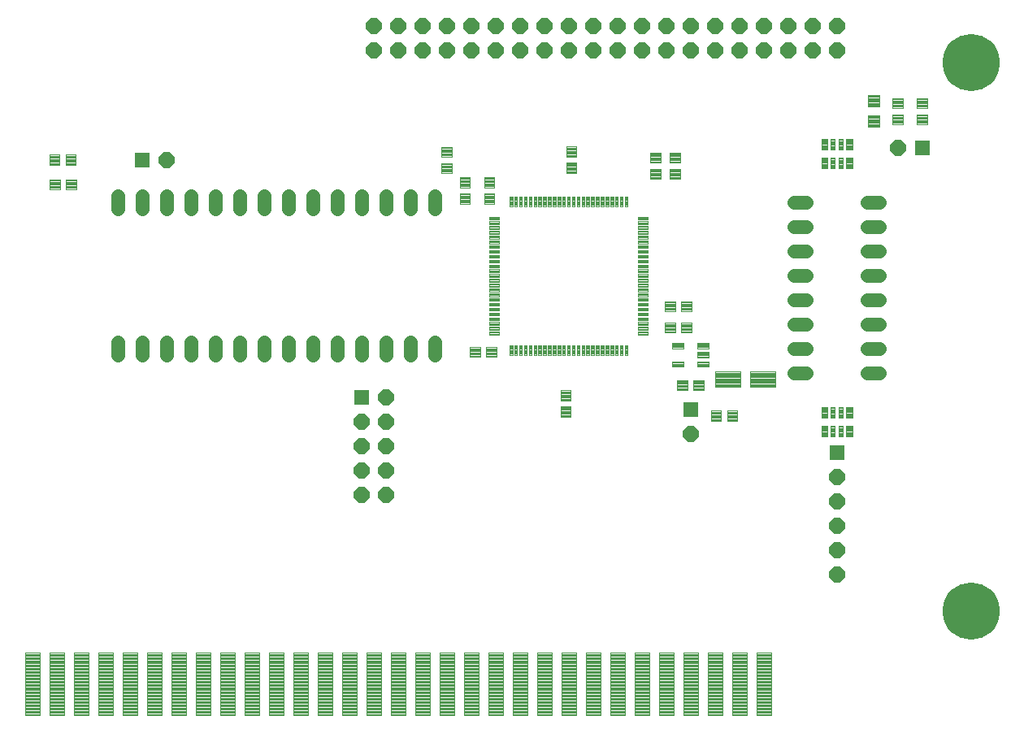
<source format=gts>
G75*
G70*
%OFA0B0*%
%FSLAX24Y24*%
%IPPOS*%
%LPD*%
%AMOC8*
5,1,8,0,0,1.08239X$1,22.5*
%
%ADD10C,0.0045*%
%ADD11C,0.0560*%
%ADD12OC8,0.0640*%
%ADD13C,0.0043*%
%ADD14C,0.0040*%
%ADD15C,0.0041*%
%ADD16R,0.0640X0.0640*%
%ADD17C,0.2340*%
%ADD18C,0.0041*%
%ADD19C,0.0041*%
%ADD20C,0.0041*%
%ADD21C,0.0040*%
D10*
X008513Y008498D02*
X009109Y008498D01*
X008513Y008498D02*
X008513Y011044D01*
X009109Y011044D01*
X009109Y008498D01*
X009109Y008542D02*
X008513Y008542D01*
X008513Y008586D02*
X009109Y008586D01*
X009109Y008630D02*
X008513Y008630D01*
X008513Y008674D02*
X009109Y008674D01*
X009109Y008718D02*
X008513Y008718D01*
X008513Y008762D02*
X009109Y008762D01*
X009109Y008806D02*
X008513Y008806D01*
X008513Y008850D02*
X009109Y008850D01*
X009109Y008894D02*
X008513Y008894D01*
X008513Y008938D02*
X009109Y008938D01*
X009109Y008982D02*
X008513Y008982D01*
X008513Y009026D02*
X009109Y009026D01*
X009109Y009070D02*
X008513Y009070D01*
X008513Y009114D02*
X009109Y009114D01*
X009109Y009158D02*
X008513Y009158D01*
X008513Y009202D02*
X009109Y009202D01*
X009109Y009246D02*
X008513Y009246D01*
X008513Y009290D02*
X009109Y009290D01*
X009109Y009334D02*
X008513Y009334D01*
X008513Y009378D02*
X009109Y009378D01*
X009109Y009422D02*
X008513Y009422D01*
X008513Y009466D02*
X009109Y009466D01*
X009109Y009510D02*
X008513Y009510D01*
X008513Y009554D02*
X009109Y009554D01*
X009109Y009598D02*
X008513Y009598D01*
X008513Y009642D02*
X009109Y009642D01*
X009109Y009686D02*
X008513Y009686D01*
X008513Y009730D02*
X009109Y009730D01*
X009109Y009774D02*
X008513Y009774D01*
X008513Y009818D02*
X009109Y009818D01*
X009109Y009862D02*
X008513Y009862D01*
X008513Y009906D02*
X009109Y009906D01*
X009109Y009950D02*
X008513Y009950D01*
X008513Y009994D02*
X009109Y009994D01*
X009109Y010038D02*
X008513Y010038D01*
X008513Y010082D02*
X009109Y010082D01*
X009109Y010126D02*
X008513Y010126D01*
X008513Y010170D02*
X009109Y010170D01*
X009109Y010214D02*
X008513Y010214D01*
X008513Y010258D02*
X009109Y010258D01*
X009109Y010302D02*
X008513Y010302D01*
X008513Y010346D02*
X009109Y010346D01*
X009109Y010390D02*
X008513Y010390D01*
X008513Y010434D02*
X009109Y010434D01*
X009109Y010478D02*
X008513Y010478D01*
X008513Y010522D02*
X009109Y010522D01*
X009109Y010566D02*
X008513Y010566D01*
X008513Y010610D02*
X009109Y010610D01*
X009109Y010654D02*
X008513Y010654D01*
X008513Y010698D02*
X009109Y010698D01*
X009109Y010742D02*
X008513Y010742D01*
X008513Y010786D02*
X009109Y010786D01*
X009109Y010830D02*
X008513Y010830D01*
X008513Y010874D02*
X009109Y010874D01*
X009109Y010918D02*
X008513Y010918D01*
X008513Y010962D02*
X009109Y010962D01*
X009109Y011006D02*
X008513Y011006D01*
X009513Y008498D02*
X010109Y008498D01*
X009513Y008498D02*
X009513Y011044D01*
X010109Y011044D01*
X010109Y008498D01*
X010109Y008542D02*
X009513Y008542D01*
X009513Y008586D02*
X010109Y008586D01*
X010109Y008630D02*
X009513Y008630D01*
X009513Y008674D02*
X010109Y008674D01*
X010109Y008718D02*
X009513Y008718D01*
X009513Y008762D02*
X010109Y008762D01*
X010109Y008806D02*
X009513Y008806D01*
X009513Y008850D02*
X010109Y008850D01*
X010109Y008894D02*
X009513Y008894D01*
X009513Y008938D02*
X010109Y008938D01*
X010109Y008982D02*
X009513Y008982D01*
X009513Y009026D02*
X010109Y009026D01*
X010109Y009070D02*
X009513Y009070D01*
X009513Y009114D02*
X010109Y009114D01*
X010109Y009158D02*
X009513Y009158D01*
X009513Y009202D02*
X010109Y009202D01*
X010109Y009246D02*
X009513Y009246D01*
X009513Y009290D02*
X010109Y009290D01*
X010109Y009334D02*
X009513Y009334D01*
X009513Y009378D02*
X010109Y009378D01*
X010109Y009422D02*
X009513Y009422D01*
X009513Y009466D02*
X010109Y009466D01*
X010109Y009510D02*
X009513Y009510D01*
X009513Y009554D02*
X010109Y009554D01*
X010109Y009598D02*
X009513Y009598D01*
X009513Y009642D02*
X010109Y009642D01*
X010109Y009686D02*
X009513Y009686D01*
X009513Y009730D02*
X010109Y009730D01*
X010109Y009774D02*
X009513Y009774D01*
X009513Y009818D02*
X010109Y009818D01*
X010109Y009862D02*
X009513Y009862D01*
X009513Y009906D02*
X010109Y009906D01*
X010109Y009950D02*
X009513Y009950D01*
X009513Y009994D02*
X010109Y009994D01*
X010109Y010038D02*
X009513Y010038D01*
X009513Y010082D02*
X010109Y010082D01*
X010109Y010126D02*
X009513Y010126D01*
X009513Y010170D02*
X010109Y010170D01*
X010109Y010214D02*
X009513Y010214D01*
X009513Y010258D02*
X010109Y010258D01*
X010109Y010302D02*
X009513Y010302D01*
X009513Y010346D02*
X010109Y010346D01*
X010109Y010390D02*
X009513Y010390D01*
X009513Y010434D02*
X010109Y010434D01*
X010109Y010478D02*
X009513Y010478D01*
X009513Y010522D02*
X010109Y010522D01*
X010109Y010566D02*
X009513Y010566D01*
X009513Y010610D02*
X010109Y010610D01*
X010109Y010654D02*
X009513Y010654D01*
X009513Y010698D02*
X010109Y010698D01*
X010109Y010742D02*
X009513Y010742D01*
X009513Y010786D02*
X010109Y010786D01*
X010109Y010830D02*
X009513Y010830D01*
X009513Y010874D02*
X010109Y010874D01*
X010109Y010918D02*
X009513Y010918D01*
X009513Y010962D02*
X010109Y010962D01*
X010109Y011006D02*
X009513Y011006D01*
X010513Y008498D02*
X011109Y008498D01*
X010513Y008498D02*
X010513Y011044D01*
X011109Y011044D01*
X011109Y008498D01*
X011109Y008542D02*
X010513Y008542D01*
X010513Y008586D02*
X011109Y008586D01*
X011109Y008630D02*
X010513Y008630D01*
X010513Y008674D02*
X011109Y008674D01*
X011109Y008718D02*
X010513Y008718D01*
X010513Y008762D02*
X011109Y008762D01*
X011109Y008806D02*
X010513Y008806D01*
X010513Y008850D02*
X011109Y008850D01*
X011109Y008894D02*
X010513Y008894D01*
X010513Y008938D02*
X011109Y008938D01*
X011109Y008982D02*
X010513Y008982D01*
X010513Y009026D02*
X011109Y009026D01*
X011109Y009070D02*
X010513Y009070D01*
X010513Y009114D02*
X011109Y009114D01*
X011109Y009158D02*
X010513Y009158D01*
X010513Y009202D02*
X011109Y009202D01*
X011109Y009246D02*
X010513Y009246D01*
X010513Y009290D02*
X011109Y009290D01*
X011109Y009334D02*
X010513Y009334D01*
X010513Y009378D02*
X011109Y009378D01*
X011109Y009422D02*
X010513Y009422D01*
X010513Y009466D02*
X011109Y009466D01*
X011109Y009510D02*
X010513Y009510D01*
X010513Y009554D02*
X011109Y009554D01*
X011109Y009598D02*
X010513Y009598D01*
X010513Y009642D02*
X011109Y009642D01*
X011109Y009686D02*
X010513Y009686D01*
X010513Y009730D02*
X011109Y009730D01*
X011109Y009774D02*
X010513Y009774D01*
X010513Y009818D02*
X011109Y009818D01*
X011109Y009862D02*
X010513Y009862D01*
X010513Y009906D02*
X011109Y009906D01*
X011109Y009950D02*
X010513Y009950D01*
X010513Y009994D02*
X011109Y009994D01*
X011109Y010038D02*
X010513Y010038D01*
X010513Y010082D02*
X011109Y010082D01*
X011109Y010126D02*
X010513Y010126D01*
X010513Y010170D02*
X011109Y010170D01*
X011109Y010214D02*
X010513Y010214D01*
X010513Y010258D02*
X011109Y010258D01*
X011109Y010302D02*
X010513Y010302D01*
X010513Y010346D02*
X011109Y010346D01*
X011109Y010390D02*
X010513Y010390D01*
X010513Y010434D02*
X011109Y010434D01*
X011109Y010478D02*
X010513Y010478D01*
X010513Y010522D02*
X011109Y010522D01*
X011109Y010566D02*
X010513Y010566D01*
X010513Y010610D02*
X011109Y010610D01*
X011109Y010654D02*
X010513Y010654D01*
X010513Y010698D02*
X011109Y010698D01*
X011109Y010742D02*
X010513Y010742D01*
X010513Y010786D02*
X011109Y010786D01*
X011109Y010830D02*
X010513Y010830D01*
X010513Y010874D02*
X011109Y010874D01*
X011109Y010918D02*
X010513Y010918D01*
X010513Y010962D02*
X011109Y010962D01*
X011109Y011006D02*
X010513Y011006D01*
X011513Y008498D02*
X012109Y008498D01*
X011513Y008498D02*
X011513Y011044D01*
X012109Y011044D01*
X012109Y008498D01*
X012109Y008542D02*
X011513Y008542D01*
X011513Y008586D02*
X012109Y008586D01*
X012109Y008630D02*
X011513Y008630D01*
X011513Y008674D02*
X012109Y008674D01*
X012109Y008718D02*
X011513Y008718D01*
X011513Y008762D02*
X012109Y008762D01*
X012109Y008806D02*
X011513Y008806D01*
X011513Y008850D02*
X012109Y008850D01*
X012109Y008894D02*
X011513Y008894D01*
X011513Y008938D02*
X012109Y008938D01*
X012109Y008982D02*
X011513Y008982D01*
X011513Y009026D02*
X012109Y009026D01*
X012109Y009070D02*
X011513Y009070D01*
X011513Y009114D02*
X012109Y009114D01*
X012109Y009158D02*
X011513Y009158D01*
X011513Y009202D02*
X012109Y009202D01*
X012109Y009246D02*
X011513Y009246D01*
X011513Y009290D02*
X012109Y009290D01*
X012109Y009334D02*
X011513Y009334D01*
X011513Y009378D02*
X012109Y009378D01*
X012109Y009422D02*
X011513Y009422D01*
X011513Y009466D02*
X012109Y009466D01*
X012109Y009510D02*
X011513Y009510D01*
X011513Y009554D02*
X012109Y009554D01*
X012109Y009598D02*
X011513Y009598D01*
X011513Y009642D02*
X012109Y009642D01*
X012109Y009686D02*
X011513Y009686D01*
X011513Y009730D02*
X012109Y009730D01*
X012109Y009774D02*
X011513Y009774D01*
X011513Y009818D02*
X012109Y009818D01*
X012109Y009862D02*
X011513Y009862D01*
X011513Y009906D02*
X012109Y009906D01*
X012109Y009950D02*
X011513Y009950D01*
X011513Y009994D02*
X012109Y009994D01*
X012109Y010038D02*
X011513Y010038D01*
X011513Y010082D02*
X012109Y010082D01*
X012109Y010126D02*
X011513Y010126D01*
X011513Y010170D02*
X012109Y010170D01*
X012109Y010214D02*
X011513Y010214D01*
X011513Y010258D02*
X012109Y010258D01*
X012109Y010302D02*
X011513Y010302D01*
X011513Y010346D02*
X012109Y010346D01*
X012109Y010390D02*
X011513Y010390D01*
X011513Y010434D02*
X012109Y010434D01*
X012109Y010478D02*
X011513Y010478D01*
X011513Y010522D02*
X012109Y010522D01*
X012109Y010566D02*
X011513Y010566D01*
X011513Y010610D02*
X012109Y010610D01*
X012109Y010654D02*
X011513Y010654D01*
X011513Y010698D02*
X012109Y010698D01*
X012109Y010742D02*
X011513Y010742D01*
X011513Y010786D02*
X012109Y010786D01*
X012109Y010830D02*
X011513Y010830D01*
X011513Y010874D02*
X012109Y010874D01*
X012109Y010918D02*
X011513Y010918D01*
X011513Y010962D02*
X012109Y010962D01*
X012109Y011006D02*
X011513Y011006D01*
X012513Y008498D02*
X013109Y008498D01*
X012513Y008498D02*
X012513Y011044D01*
X013109Y011044D01*
X013109Y008498D01*
X013109Y008542D02*
X012513Y008542D01*
X012513Y008586D02*
X013109Y008586D01*
X013109Y008630D02*
X012513Y008630D01*
X012513Y008674D02*
X013109Y008674D01*
X013109Y008718D02*
X012513Y008718D01*
X012513Y008762D02*
X013109Y008762D01*
X013109Y008806D02*
X012513Y008806D01*
X012513Y008850D02*
X013109Y008850D01*
X013109Y008894D02*
X012513Y008894D01*
X012513Y008938D02*
X013109Y008938D01*
X013109Y008982D02*
X012513Y008982D01*
X012513Y009026D02*
X013109Y009026D01*
X013109Y009070D02*
X012513Y009070D01*
X012513Y009114D02*
X013109Y009114D01*
X013109Y009158D02*
X012513Y009158D01*
X012513Y009202D02*
X013109Y009202D01*
X013109Y009246D02*
X012513Y009246D01*
X012513Y009290D02*
X013109Y009290D01*
X013109Y009334D02*
X012513Y009334D01*
X012513Y009378D02*
X013109Y009378D01*
X013109Y009422D02*
X012513Y009422D01*
X012513Y009466D02*
X013109Y009466D01*
X013109Y009510D02*
X012513Y009510D01*
X012513Y009554D02*
X013109Y009554D01*
X013109Y009598D02*
X012513Y009598D01*
X012513Y009642D02*
X013109Y009642D01*
X013109Y009686D02*
X012513Y009686D01*
X012513Y009730D02*
X013109Y009730D01*
X013109Y009774D02*
X012513Y009774D01*
X012513Y009818D02*
X013109Y009818D01*
X013109Y009862D02*
X012513Y009862D01*
X012513Y009906D02*
X013109Y009906D01*
X013109Y009950D02*
X012513Y009950D01*
X012513Y009994D02*
X013109Y009994D01*
X013109Y010038D02*
X012513Y010038D01*
X012513Y010082D02*
X013109Y010082D01*
X013109Y010126D02*
X012513Y010126D01*
X012513Y010170D02*
X013109Y010170D01*
X013109Y010214D02*
X012513Y010214D01*
X012513Y010258D02*
X013109Y010258D01*
X013109Y010302D02*
X012513Y010302D01*
X012513Y010346D02*
X013109Y010346D01*
X013109Y010390D02*
X012513Y010390D01*
X012513Y010434D02*
X013109Y010434D01*
X013109Y010478D02*
X012513Y010478D01*
X012513Y010522D02*
X013109Y010522D01*
X013109Y010566D02*
X012513Y010566D01*
X012513Y010610D02*
X013109Y010610D01*
X013109Y010654D02*
X012513Y010654D01*
X012513Y010698D02*
X013109Y010698D01*
X013109Y010742D02*
X012513Y010742D01*
X012513Y010786D02*
X013109Y010786D01*
X013109Y010830D02*
X012513Y010830D01*
X012513Y010874D02*
X013109Y010874D01*
X013109Y010918D02*
X012513Y010918D01*
X012513Y010962D02*
X013109Y010962D01*
X013109Y011006D02*
X012513Y011006D01*
X013513Y008498D02*
X014109Y008498D01*
X013513Y008498D02*
X013513Y011044D01*
X014109Y011044D01*
X014109Y008498D01*
X014109Y008542D02*
X013513Y008542D01*
X013513Y008586D02*
X014109Y008586D01*
X014109Y008630D02*
X013513Y008630D01*
X013513Y008674D02*
X014109Y008674D01*
X014109Y008718D02*
X013513Y008718D01*
X013513Y008762D02*
X014109Y008762D01*
X014109Y008806D02*
X013513Y008806D01*
X013513Y008850D02*
X014109Y008850D01*
X014109Y008894D02*
X013513Y008894D01*
X013513Y008938D02*
X014109Y008938D01*
X014109Y008982D02*
X013513Y008982D01*
X013513Y009026D02*
X014109Y009026D01*
X014109Y009070D02*
X013513Y009070D01*
X013513Y009114D02*
X014109Y009114D01*
X014109Y009158D02*
X013513Y009158D01*
X013513Y009202D02*
X014109Y009202D01*
X014109Y009246D02*
X013513Y009246D01*
X013513Y009290D02*
X014109Y009290D01*
X014109Y009334D02*
X013513Y009334D01*
X013513Y009378D02*
X014109Y009378D01*
X014109Y009422D02*
X013513Y009422D01*
X013513Y009466D02*
X014109Y009466D01*
X014109Y009510D02*
X013513Y009510D01*
X013513Y009554D02*
X014109Y009554D01*
X014109Y009598D02*
X013513Y009598D01*
X013513Y009642D02*
X014109Y009642D01*
X014109Y009686D02*
X013513Y009686D01*
X013513Y009730D02*
X014109Y009730D01*
X014109Y009774D02*
X013513Y009774D01*
X013513Y009818D02*
X014109Y009818D01*
X014109Y009862D02*
X013513Y009862D01*
X013513Y009906D02*
X014109Y009906D01*
X014109Y009950D02*
X013513Y009950D01*
X013513Y009994D02*
X014109Y009994D01*
X014109Y010038D02*
X013513Y010038D01*
X013513Y010082D02*
X014109Y010082D01*
X014109Y010126D02*
X013513Y010126D01*
X013513Y010170D02*
X014109Y010170D01*
X014109Y010214D02*
X013513Y010214D01*
X013513Y010258D02*
X014109Y010258D01*
X014109Y010302D02*
X013513Y010302D01*
X013513Y010346D02*
X014109Y010346D01*
X014109Y010390D02*
X013513Y010390D01*
X013513Y010434D02*
X014109Y010434D01*
X014109Y010478D02*
X013513Y010478D01*
X013513Y010522D02*
X014109Y010522D01*
X014109Y010566D02*
X013513Y010566D01*
X013513Y010610D02*
X014109Y010610D01*
X014109Y010654D02*
X013513Y010654D01*
X013513Y010698D02*
X014109Y010698D01*
X014109Y010742D02*
X013513Y010742D01*
X013513Y010786D02*
X014109Y010786D01*
X014109Y010830D02*
X013513Y010830D01*
X013513Y010874D02*
X014109Y010874D01*
X014109Y010918D02*
X013513Y010918D01*
X013513Y010962D02*
X014109Y010962D01*
X014109Y011006D02*
X013513Y011006D01*
X014513Y008498D02*
X015109Y008498D01*
X014513Y008498D02*
X014513Y011044D01*
X015109Y011044D01*
X015109Y008498D01*
X015109Y008542D02*
X014513Y008542D01*
X014513Y008586D02*
X015109Y008586D01*
X015109Y008630D02*
X014513Y008630D01*
X014513Y008674D02*
X015109Y008674D01*
X015109Y008718D02*
X014513Y008718D01*
X014513Y008762D02*
X015109Y008762D01*
X015109Y008806D02*
X014513Y008806D01*
X014513Y008850D02*
X015109Y008850D01*
X015109Y008894D02*
X014513Y008894D01*
X014513Y008938D02*
X015109Y008938D01*
X015109Y008982D02*
X014513Y008982D01*
X014513Y009026D02*
X015109Y009026D01*
X015109Y009070D02*
X014513Y009070D01*
X014513Y009114D02*
X015109Y009114D01*
X015109Y009158D02*
X014513Y009158D01*
X014513Y009202D02*
X015109Y009202D01*
X015109Y009246D02*
X014513Y009246D01*
X014513Y009290D02*
X015109Y009290D01*
X015109Y009334D02*
X014513Y009334D01*
X014513Y009378D02*
X015109Y009378D01*
X015109Y009422D02*
X014513Y009422D01*
X014513Y009466D02*
X015109Y009466D01*
X015109Y009510D02*
X014513Y009510D01*
X014513Y009554D02*
X015109Y009554D01*
X015109Y009598D02*
X014513Y009598D01*
X014513Y009642D02*
X015109Y009642D01*
X015109Y009686D02*
X014513Y009686D01*
X014513Y009730D02*
X015109Y009730D01*
X015109Y009774D02*
X014513Y009774D01*
X014513Y009818D02*
X015109Y009818D01*
X015109Y009862D02*
X014513Y009862D01*
X014513Y009906D02*
X015109Y009906D01*
X015109Y009950D02*
X014513Y009950D01*
X014513Y009994D02*
X015109Y009994D01*
X015109Y010038D02*
X014513Y010038D01*
X014513Y010082D02*
X015109Y010082D01*
X015109Y010126D02*
X014513Y010126D01*
X014513Y010170D02*
X015109Y010170D01*
X015109Y010214D02*
X014513Y010214D01*
X014513Y010258D02*
X015109Y010258D01*
X015109Y010302D02*
X014513Y010302D01*
X014513Y010346D02*
X015109Y010346D01*
X015109Y010390D02*
X014513Y010390D01*
X014513Y010434D02*
X015109Y010434D01*
X015109Y010478D02*
X014513Y010478D01*
X014513Y010522D02*
X015109Y010522D01*
X015109Y010566D02*
X014513Y010566D01*
X014513Y010610D02*
X015109Y010610D01*
X015109Y010654D02*
X014513Y010654D01*
X014513Y010698D02*
X015109Y010698D01*
X015109Y010742D02*
X014513Y010742D01*
X014513Y010786D02*
X015109Y010786D01*
X015109Y010830D02*
X014513Y010830D01*
X014513Y010874D02*
X015109Y010874D01*
X015109Y010918D02*
X014513Y010918D01*
X014513Y010962D02*
X015109Y010962D01*
X015109Y011006D02*
X014513Y011006D01*
X015513Y008498D02*
X016109Y008498D01*
X015513Y008498D02*
X015513Y011044D01*
X016109Y011044D01*
X016109Y008498D01*
X016109Y008542D02*
X015513Y008542D01*
X015513Y008586D02*
X016109Y008586D01*
X016109Y008630D02*
X015513Y008630D01*
X015513Y008674D02*
X016109Y008674D01*
X016109Y008718D02*
X015513Y008718D01*
X015513Y008762D02*
X016109Y008762D01*
X016109Y008806D02*
X015513Y008806D01*
X015513Y008850D02*
X016109Y008850D01*
X016109Y008894D02*
X015513Y008894D01*
X015513Y008938D02*
X016109Y008938D01*
X016109Y008982D02*
X015513Y008982D01*
X015513Y009026D02*
X016109Y009026D01*
X016109Y009070D02*
X015513Y009070D01*
X015513Y009114D02*
X016109Y009114D01*
X016109Y009158D02*
X015513Y009158D01*
X015513Y009202D02*
X016109Y009202D01*
X016109Y009246D02*
X015513Y009246D01*
X015513Y009290D02*
X016109Y009290D01*
X016109Y009334D02*
X015513Y009334D01*
X015513Y009378D02*
X016109Y009378D01*
X016109Y009422D02*
X015513Y009422D01*
X015513Y009466D02*
X016109Y009466D01*
X016109Y009510D02*
X015513Y009510D01*
X015513Y009554D02*
X016109Y009554D01*
X016109Y009598D02*
X015513Y009598D01*
X015513Y009642D02*
X016109Y009642D01*
X016109Y009686D02*
X015513Y009686D01*
X015513Y009730D02*
X016109Y009730D01*
X016109Y009774D02*
X015513Y009774D01*
X015513Y009818D02*
X016109Y009818D01*
X016109Y009862D02*
X015513Y009862D01*
X015513Y009906D02*
X016109Y009906D01*
X016109Y009950D02*
X015513Y009950D01*
X015513Y009994D02*
X016109Y009994D01*
X016109Y010038D02*
X015513Y010038D01*
X015513Y010082D02*
X016109Y010082D01*
X016109Y010126D02*
X015513Y010126D01*
X015513Y010170D02*
X016109Y010170D01*
X016109Y010214D02*
X015513Y010214D01*
X015513Y010258D02*
X016109Y010258D01*
X016109Y010302D02*
X015513Y010302D01*
X015513Y010346D02*
X016109Y010346D01*
X016109Y010390D02*
X015513Y010390D01*
X015513Y010434D02*
X016109Y010434D01*
X016109Y010478D02*
X015513Y010478D01*
X015513Y010522D02*
X016109Y010522D01*
X016109Y010566D02*
X015513Y010566D01*
X015513Y010610D02*
X016109Y010610D01*
X016109Y010654D02*
X015513Y010654D01*
X015513Y010698D02*
X016109Y010698D01*
X016109Y010742D02*
X015513Y010742D01*
X015513Y010786D02*
X016109Y010786D01*
X016109Y010830D02*
X015513Y010830D01*
X015513Y010874D02*
X016109Y010874D01*
X016109Y010918D02*
X015513Y010918D01*
X015513Y010962D02*
X016109Y010962D01*
X016109Y011006D02*
X015513Y011006D01*
X016513Y008498D02*
X017109Y008498D01*
X016513Y008498D02*
X016513Y011044D01*
X017109Y011044D01*
X017109Y008498D01*
X017109Y008542D02*
X016513Y008542D01*
X016513Y008586D02*
X017109Y008586D01*
X017109Y008630D02*
X016513Y008630D01*
X016513Y008674D02*
X017109Y008674D01*
X017109Y008718D02*
X016513Y008718D01*
X016513Y008762D02*
X017109Y008762D01*
X017109Y008806D02*
X016513Y008806D01*
X016513Y008850D02*
X017109Y008850D01*
X017109Y008894D02*
X016513Y008894D01*
X016513Y008938D02*
X017109Y008938D01*
X017109Y008982D02*
X016513Y008982D01*
X016513Y009026D02*
X017109Y009026D01*
X017109Y009070D02*
X016513Y009070D01*
X016513Y009114D02*
X017109Y009114D01*
X017109Y009158D02*
X016513Y009158D01*
X016513Y009202D02*
X017109Y009202D01*
X017109Y009246D02*
X016513Y009246D01*
X016513Y009290D02*
X017109Y009290D01*
X017109Y009334D02*
X016513Y009334D01*
X016513Y009378D02*
X017109Y009378D01*
X017109Y009422D02*
X016513Y009422D01*
X016513Y009466D02*
X017109Y009466D01*
X017109Y009510D02*
X016513Y009510D01*
X016513Y009554D02*
X017109Y009554D01*
X017109Y009598D02*
X016513Y009598D01*
X016513Y009642D02*
X017109Y009642D01*
X017109Y009686D02*
X016513Y009686D01*
X016513Y009730D02*
X017109Y009730D01*
X017109Y009774D02*
X016513Y009774D01*
X016513Y009818D02*
X017109Y009818D01*
X017109Y009862D02*
X016513Y009862D01*
X016513Y009906D02*
X017109Y009906D01*
X017109Y009950D02*
X016513Y009950D01*
X016513Y009994D02*
X017109Y009994D01*
X017109Y010038D02*
X016513Y010038D01*
X016513Y010082D02*
X017109Y010082D01*
X017109Y010126D02*
X016513Y010126D01*
X016513Y010170D02*
X017109Y010170D01*
X017109Y010214D02*
X016513Y010214D01*
X016513Y010258D02*
X017109Y010258D01*
X017109Y010302D02*
X016513Y010302D01*
X016513Y010346D02*
X017109Y010346D01*
X017109Y010390D02*
X016513Y010390D01*
X016513Y010434D02*
X017109Y010434D01*
X017109Y010478D02*
X016513Y010478D01*
X016513Y010522D02*
X017109Y010522D01*
X017109Y010566D02*
X016513Y010566D01*
X016513Y010610D02*
X017109Y010610D01*
X017109Y010654D02*
X016513Y010654D01*
X016513Y010698D02*
X017109Y010698D01*
X017109Y010742D02*
X016513Y010742D01*
X016513Y010786D02*
X017109Y010786D01*
X017109Y010830D02*
X016513Y010830D01*
X016513Y010874D02*
X017109Y010874D01*
X017109Y010918D02*
X016513Y010918D01*
X016513Y010962D02*
X017109Y010962D01*
X017109Y011006D02*
X016513Y011006D01*
X017513Y008498D02*
X018109Y008498D01*
X017513Y008498D02*
X017513Y011044D01*
X018109Y011044D01*
X018109Y008498D01*
X018109Y008542D02*
X017513Y008542D01*
X017513Y008586D02*
X018109Y008586D01*
X018109Y008630D02*
X017513Y008630D01*
X017513Y008674D02*
X018109Y008674D01*
X018109Y008718D02*
X017513Y008718D01*
X017513Y008762D02*
X018109Y008762D01*
X018109Y008806D02*
X017513Y008806D01*
X017513Y008850D02*
X018109Y008850D01*
X018109Y008894D02*
X017513Y008894D01*
X017513Y008938D02*
X018109Y008938D01*
X018109Y008982D02*
X017513Y008982D01*
X017513Y009026D02*
X018109Y009026D01*
X018109Y009070D02*
X017513Y009070D01*
X017513Y009114D02*
X018109Y009114D01*
X018109Y009158D02*
X017513Y009158D01*
X017513Y009202D02*
X018109Y009202D01*
X018109Y009246D02*
X017513Y009246D01*
X017513Y009290D02*
X018109Y009290D01*
X018109Y009334D02*
X017513Y009334D01*
X017513Y009378D02*
X018109Y009378D01*
X018109Y009422D02*
X017513Y009422D01*
X017513Y009466D02*
X018109Y009466D01*
X018109Y009510D02*
X017513Y009510D01*
X017513Y009554D02*
X018109Y009554D01*
X018109Y009598D02*
X017513Y009598D01*
X017513Y009642D02*
X018109Y009642D01*
X018109Y009686D02*
X017513Y009686D01*
X017513Y009730D02*
X018109Y009730D01*
X018109Y009774D02*
X017513Y009774D01*
X017513Y009818D02*
X018109Y009818D01*
X018109Y009862D02*
X017513Y009862D01*
X017513Y009906D02*
X018109Y009906D01*
X018109Y009950D02*
X017513Y009950D01*
X017513Y009994D02*
X018109Y009994D01*
X018109Y010038D02*
X017513Y010038D01*
X017513Y010082D02*
X018109Y010082D01*
X018109Y010126D02*
X017513Y010126D01*
X017513Y010170D02*
X018109Y010170D01*
X018109Y010214D02*
X017513Y010214D01*
X017513Y010258D02*
X018109Y010258D01*
X018109Y010302D02*
X017513Y010302D01*
X017513Y010346D02*
X018109Y010346D01*
X018109Y010390D02*
X017513Y010390D01*
X017513Y010434D02*
X018109Y010434D01*
X018109Y010478D02*
X017513Y010478D01*
X017513Y010522D02*
X018109Y010522D01*
X018109Y010566D02*
X017513Y010566D01*
X017513Y010610D02*
X018109Y010610D01*
X018109Y010654D02*
X017513Y010654D01*
X017513Y010698D02*
X018109Y010698D01*
X018109Y010742D02*
X017513Y010742D01*
X017513Y010786D02*
X018109Y010786D01*
X018109Y010830D02*
X017513Y010830D01*
X017513Y010874D02*
X018109Y010874D01*
X018109Y010918D02*
X017513Y010918D01*
X017513Y010962D02*
X018109Y010962D01*
X018109Y011006D02*
X017513Y011006D01*
X018513Y008498D02*
X019109Y008498D01*
X018513Y008498D02*
X018513Y011044D01*
X019109Y011044D01*
X019109Y008498D01*
X019109Y008542D02*
X018513Y008542D01*
X018513Y008586D02*
X019109Y008586D01*
X019109Y008630D02*
X018513Y008630D01*
X018513Y008674D02*
X019109Y008674D01*
X019109Y008718D02*
X018513Y008718D01*
X018513Y008762D02*
X019109Y008762D01*
X019109Y008806D02*
X018513Y008806D01*
X018513Y008850D02*
X019109Y008850D01*
X019109Y008894D02*
X018513Y008894D01*
X018513Y008938D02*
X019109Y008938D01*
X019109Y008982D02*
X018513Y008982D01*
X018513Y009026D02*
X019109Y009026D01*
X019109Y009070D02*
X018513Y009070D01*
X018513Y009114D02*
X019109Y009114D01*
X019109Y009158D02*
X018513Y009158D01*
X018513Y009202D02*
X019109Y009202D01*
X019109Y009246D02*
X018513Y009246D01*
X018513Y009290D02*
X019109Y009290D01*
X019109Y009334D02*
X018513Y009334D01*
X018513Y009378D02*
X019109Y009378D01*
X019109Y009422D02*
X018513Y009422D01*
X018513Y009466D02*
X019109Y009466D01*
X019109Y009510D02*
X018513Y009510D01*
X018513Y009554D02*
X019109Y009554D01*
X019109Y009598D02*
X018513Y009598D01*
X018513Y009642D02*
X019109Y009642D01*
X019109Y009686D02*
X018513Y009686D01*
X018513Y009730D02*
X019109Y009730D01*
X019109Y009774D02*
X018513Y009774D01*
X018513Y009818D02*
X019109Y009818D01*
X019109Y009862D02*
X018513Y009862D01*
X018513Y009906D02*
X019109Y009906D01*
X019109Y009950D02*
X018513Y009950D01*
X018513Y009994D02*
X019109Y009994D01*
X019109Y010038D02*
X018513Y010038D01*
X018513Y010082D02*
X019109Y010082D01*
X019109Y010126D02*
X018513Y010126D01*
X018513Y010170D02*
X019109Y010170D01*
X019109Y010214D02*
X018513Y010214D01*
X018513Y010258D02*
X019109Y010258D01*
X019109Y010302D02*
X018513Y010302D01*
X018513Y010346D02*
X019109Y010346D01*
X019109Y010390D02*
X018513Y010390D01*
X018513Y010434D02*
X019109Y010434D01*
X019109Y010478D02*
X018513Y010478D01*
X018513Y010522D02*
X019109Y010522D01*
X019109Y010566D02*
X018513Y010566D01*
X018513Y010610D02*
X019109Y010610D01*
X019109Y010654D02*
X018513Y010654D01*
X018513Y010698D02*
X019109Y010698D01*
X019109Y010742D02*
X018513Y010742D01*
X018513Y010786D02*
X019109Y010786D01*
X019109Y010830D02*
X018513Y010830D01*
X018513Y010874D02*
X019109Y010874D01*
X019109Y010918D02*
X018513Y010918D01*
X018513Y010962D02*
X019109Y010962D01*
X019109Y011006D02*
X018513Y011006D01*
X019513Y008498D02*
X020109Y008498D01*
X019513Y008498D02*
X019513Y011044D01*
X020109Y011044D01*
X020109Y008498D01*
X020109Y008542D02*
X019513Y008542D01*
X019513Y008586D02*
X020109Y008586D01*
X020109Y008630D02*
X019513Y008630D01*
X019513Y008674D02*
X020109Y008674D01*
X020109Y008718D02*
X019513Y008718D01*
X019513Y008762D02*
X020109Y008762D01*
X020109Y008806D02*
X019513Y008806D01*
X019513Y008850D02*
X020109Y008850D01*
X020109Y008894D02*
X019513Y008894D01*
X019513Y008938D02*
X020109Y008938D01*
X020109Y008982D02*
X019513Y008982D01*
X019513Y009026D02*
X020109Y009026D01*
X020109Y009070D02*
X019513Y009070D01*
X019513Y009114D02*
X020109Y009114D01*
X020109Y009158D02*
X019513Y009158D01*
X019513Y009202D02*
X020109Y009202D01*
X020109Y009246D02*
X019513Y009246D01*
X019513Y009290D02*
X020109Y009290D01*
X020109Y009334D02*
X019513Y009334D01*
X019513Y009378D02*
X020109Y009378D01*
X020109Y009422D02*
X019513Y009422D01*
X019513Y009466D02*
X020109Y009466D01*
X020109Y009510D02*
X019513Y009510D01*
X019513Y009554D02*
X020109Y009554D01*
X020109Y009598D02*
X019513Y009598D01*
X019513Y009642D02*
X020109Y009642D01*
X020109Y009686D02*
X019513Y009686D01*
X019513Y009730D02*
X020109Y009730D01*
X020109Y009774D02*
X019513Y009774D01*
X019513Y009818D02*
X020109Y009818D01*
X020109Y009862D02*
X019513Y009862D01*
X019513Y009906D02*
X020109Y009906D01*
X020109Y009950D02*
X019513Y009950D01*
X019513Y009994D02*
X020109Y009994D01*
X020109Y010038D02*
X019513Y010038D01*
X019513Y010082D02*
X020109Y010082D01*
X020109Y010126D02*
X019513Y010126D01*
X019513Y010170D02*
X020109Y010170D01*
X020109Y010214D02*
X019513Y010214D01*
X019513Y010258D02*
X020109Y010258D01*
X020109Y010302D02*
X019513Y010302D01*
X019513Y010346D02*
X020109Y010346D01*
X020109Y010390D02*
X019513Y010390D01*
X019513Y010434D02*
X020109Y010434D01*
X020109Y010478D02*
X019513Y010478D01*
X019513Y010522D02*
X020109Y010522D01*
X020109Y010566D02*
X019513Y010566D01*
X019513Y010610D02*
X020109Y010610D01*
X020109Y010654D02*
X019513Y010654D01*
X019513Y010698D02*
X020109Y010698D01*
X020109Y010742D02*
X019513Y010742D01*
X019513Y010786D02*
X020109Y010786D01*
X020109Y010830D02*
X019513Y010830D01*
X019513Y010874D02*
X020109Y010874D01*
X020109Y010918D02*
X019513Y010918D01*
X019513Y010962D02*
X020109Y010962D01*
X020109Y011006D02*
X019513Y011006D01*
X020513Y008498D02*
X021109Y008498D01*
X020513Y008498D02*
X020513Y011044D01*
X021109Y011044D01*
X021109Y008498D01*
X021109Y008542D02*
X020513Y008542D01*
X020513Y008586D02*
X021109Y008586D01*
X021109Y008630D02*
X020513Y008630D01*
X020513Y008674D02*
X021109Y008674D01*
X021109Y008718D02*
X020513Y008718D01*
X020513Y008762D02*
X021109Y008762D01*
X021109Y008806D02*
X020513Y008806D01*
X020513Y008850D02*
X021109Y008850D01*
X021109Y008894D02*
X020513Y008894D01*
X020513Y008938D02*
X021109Y008938D01*
X021109Y008982D02*
X020513Y008982D01*
X020513Y009026D02*
X021109Y009026D01*
X021109Y009070D02*
X020513Y009070D01*
X020513Y009114D02*
X021109Y009114D01*
X021109Y009158D02*
X020513Y009158D01*
X020513Y009202D02*
X021109Y009202D01*
X021109Y009246D02*
X020513Y009246D01*
X020513Y009290D02*
X021109Y009290D01*
X021109Y009334D02*
X020513Y009334D01*
X020513Y009378D02*
X021109Y009378D01*
X021109Y009422D02*
X020513Y009422D01*
X020513Y009466D02*
X021109Y009466D01*
X021109Y009510D02*
X020513Y009510D01*
X020513Y009554D02*
X021109Y009554D01*
X021109Y009598D02*
X020513Y009598D01*
X020513Y009642D02*
X021109Y009642D01*
X021109Y009686D02*
X020513Y009686D01*
X020513Y009730D02*
X021109Y009730D01*
X021109Y009774D02*
X020513Y009774D01*
X020513Y009818D02*
X021109Y009818D01*
X021109Y009862D02*
X020513Y009862D01*
X020513Y009906D02*
X021109Y009906D01*
X021109Y009950D02*
X020513Y009950D01*
X020513Y009994D02*
X021109Y009994D01*
X021109Y010038D02*
X020513Y010038D01*
X020513Y010082D02*
X021109Y010082D01*
X021109Y010126D02*
X020513Y010126D01*
X020513Y010170D02*
X021109Y010170D01*
X021109Y010214D02*
X020513Y010214D01*
X020513Y010258D02*
X021109Y010258D01*
X021109Y010302D02*
X020513Y010302D01*
X020513Y010346D02*
X021109Y010346D01*
X021109Y010390D02*
X020513Y010390D01*
X020513Y010434D02*
X021109Y010434D01*
X021109Y010478D02*
X020513Y010478D01*
X020513Y010522D02*
X021109Y010522D01*
X021109Y010566D02*
X020513Y010566D01*
X020513Y010610D02*
X021109Y010610D01*
X021109Y010654D02*
X020513Y010654D01*
X020513Y010698D02*
X021109Y010698D01*
X021109Y010742D02*
X020513Y010742D01*
X020513Y010786D02*
X021109Y010786D01*
X021109Y010830D02*
X020513Y010830D01*
X020513Y010874D02*
X021109Y010874D01*
X021109Y010918D02*
X020513Y010918D01*
X020513Y010962D02*
X021109Y010962D01*
X021109Y011006D02*
X020513Y011006D01*
X021513Y008498D02*
X022109Y008498D01*
X021513Y008498D02*
X021513Y011044D01*
X022109Y011044D01*
X022109Y008498D01*
X022109Y008542D02*
X021513Y008542D01*
X021513Y008586D02*
X022109Y008586D01*
X022109Y008630D02*
X021513Y008630D01*
X021513Y008674D02*
X022109Y008674D01*
X022109Y008718D02*
X021513Y008718D01*
X021513Y008762D02*
X022109Y008762D01*
X022109Y008806D02*
X021513Y008806D01*
X021513Y008850D02*
X022109Y008850D01*
X022109Y008894D02*
X021513Y008894D01*
X021513Y008938D02*
X022109Y008938D01*
X022109Y008982D02*
X021513Y008982D01*
X021513Y009026D02*
X022109Y009026D01*
X022109Y009070D02*
X021513Y009070D01*
X021513Y009114D02*
X022109Y009114D01*
X022109Y009158D02*
X021513Y009158D01*
X021513Y009202D02*
X022109Y009202D01*
X022109Y009246D02*
X021513Y009246D01*
X021513Y009290D02*
X022109Y009290D01*
X022109Y009334D02*
X021513Y009334D01*
X021513Y009378D02*
X022109Y009378D01*
X022109Y009422D02*
X021513Y009422D01*
X021513Y009466D02*
X022109Y009466D01*
X022109Y009510D02*
X021513Y009510D01*
X021513Y009554D02*
X022109Y009554D01*
X022109Y009598D02*
X021513Y009598D01*
X021513Y009642D02*
X022109Y009642D01*
X022109Y009686D02*
X021513Y009686D01*
X021513Y009730D02*
X022109Y009730D01*
X022109Y009774D02*
X021513Y009774D01*
X021513Y009818D02*
X022109Y009818D01*
X022109Y009862D02*
X021513Y009862D01*
X021513Y009906D02*
X022109Y009906D01*
X022109Y009950D02*
X021513Y009950D01*
X021513Y009994D02*
X022109Y009994D01*
X022109Y010038D02*
X021513Y010038D01*
X021513Y010082D02*
X022109Y010082D01*
X022109Y010126D02*
X021513Y010126D01*
X021513Y010170D02*
X022109Y010170D01*
X022109Y010214D02*
X021513Y010214D01*
X021513Y010258D02*
X022109Y010258D01*
X022109Y010302D02*
X021513Y010302D01*
X021513Y010346D02*
X022109Y010346D01*
X022109Y010390D02*
X021513Y010390D01*
X021513Y010434D02*
X022109Y010434D01*
X022109Y010478D02*
X021513Y010478D01*
X021513Y010522D02*
X022109Y010522D01*
X022109Y010566D02*
X021513Y010566D01*
X021513Y010610D02*
X022109Y010610D01*
X022109Y010654D02*
X021513Y010654D01*
X021513Y010698D02*
X022109Y010698D01*
X022109Y010742D02*
X021513Y010742D01*
X021513Y010786D02*
X022109Y010786D01*
X022109Y010830D02*
X021513Y010830D01*
X021513Y010874D02*
X022109Y010874D01*
X022109Y010918D02*
X021513Y010918D01*
X021513Y010962D02*
X022109Y010962D01*
X022109Y011006D02*
X021513Y011006D01*
X022513Y008498D02*
X023109Y008498D01*
X022513Y008498D02*
X022513Y011044D01*
X023109Y011044D01*
X023109Y008498D01*
X023109Y008542D02*
X022513Y008542D01*
X022513Y008586D02*
X023109Y008586D01*
X023109Y008630D02*
X022513Y008630D01*
X022513Y008674D02*
X023109Y008674D01*
X023109Y008718D02*
X022513Y008718D01*
X022513Y008762D02*
X023109Y008762D01*
X023109Y008806D02*
X022513Y008806D01*
X022513Y008850D02*
X023109Y008850D01*
X023109Y008894D02*
X022513Y008894D01*
X022513Y008938D02*
X023109Y008938D01*
X023109Y008982D02*
X022513Y008982D01*
X022513Y009026D02*
X023109Y009026D01*
X023109Y009070D02*
X022513Y009070D01*
X022513Y009114D02*
X023109Y009114D01*
X023109Y009158D02*
X022513Y009158D01*
X022513Y009202D02*
X023109Y009202D01*
X023109Y009246D02*
X022513Y009246D01*
X022513Y009290D02*
X023109Y009290D01*
X023109Y009334D02*
X022513Y009334D01*
X022513Y009378D02*
X023109Y009378D01*
X023109Y009422D02*
X022513Y009422D01*
X022513Y009466D02*
X023109Y009466D01*
X023109Y009510D02*
X022513Y009510D01*
X022513Y009554D02*
X023109Y009554D01*
X023109Y009598D02*
X022513Y009598D01*
X022513Y009642D02*
X023109Y009642D01*
X023109Y009686D02*
X022513Y009686D01*
X022513Y009730D02*
X023109Y009730D01*
X023109Y009774D02*
X022513Y009774D01*
X022513Y009818D02*
X023109Y009818D01*
X023109Y009862D02*
X022513Y009862D01*
X022513Y009906D02*
X023109Y009906D01*
X023109Y009950D02*
X022513Y009950D01*
X022513Y009994D02*
X023109Y009994D01*
X023109Y010038D02*
X022513Y010038D01*
X022513Y010082D02*
X023109Y010082D01*
X023109Y010126D02*
X022513Y010126D01*
X022513Y010170D02*
X023109Y010170D01*
X023109Y010214D02*
X022513Y010214D01*
X022513Y010258D02*
X023109Y010258D01*
X023109Y010302D02*
X022513Y010302D01*
X022513Y010346D02*
X023109Y010346D01*
X023109Y010390D02*
X022513Y010390D01*
X022513Y010434D02*
X023109Y010434D01*
X023109Y010478D02*
X022513Y010478D01*
X022513Y010522D02*
X023109Y010522D01*
X023109Y010566D02*
X022513Y010566D01*
X022513Y010610D02*
X023109Y010610D01*
X023109Y010654D02*
X022513Y010654D01*
X022513Y010698D02*
X023109Y010698D01*
X023109Y010742D02*
X022513Y010742D01*
X022513Y010786D02*
X023109Y010786D01*
X023109Y010830D02*
X022513Y010830D01*
X022513Y010874D02*
X023109Y010874D01*
X023109Y010918D02*
X022513Y010918D01*
X022513Y010962D02*
X023109Y010962D01*
X023109Y011006D02*
X022513Y011006D01*
X023513Y008498D02*
X024109Y008498D01*
X023513Y008498D02*
X023513Y011044D01*
X024109Y011044D01*
X024109Y008498D01*
X024109Y008542D02*
X023513Y008542D01*
X023513Y008586D02*
X024109Y008586D01*
X024109Y008630D02*
X023513Y008630D01*
X023513Y008674D02*
X024109Y008674D01*
X024109Y008718D02*
X023513Y008718D01*
X023513Y008762D02*
X024109Y008762D01*
X024109Y008806D02*
X023513Y008806D01*
X023513Y008850D02*
X024109Y008850D01*
X024109Y008894D02*
X023513Y008894D01*
X023513Y008938D02*
X024109Y008938D01*
X024109Y008982D02*
X023513Y008982D01*
X023513Y009026D02*
X024109Y009026D01*
X024109Y009070D02*
X023513Y009070D01*
X023513Y009114D02*
X024109Y009114D01*
X024109Y009158D02*
X023513Y009158D01*
X023513Y009202D02*
X024109Y009202D01*
X024109Y009246D02*
X023513Y009246D01*
X023513Y009290D02*
X024109Y009290D01*
X024109Y009334D02*
X023513Y009334D01*
X023513Y009378D02*
X024109Y009378D01*
X024109Y009422D02*
X023513Y009422D01*
X023513Y009466D02*
X024109Y009466D01*
X024109Y009510D02*
X023513Y009510D01*
X023513Y009554D02*
X024109Y009554D01*
X024109Y009598D02*
X023513Y009598D01*
X023513Y009642D02*
X024109Y009642D01*
X024109Y009686D02*
X023513Y009686D01*
X023513Y009730D02*
X024109Y009730D01*
X024109Y009774D02*
X023513Y009774D01*
X023513Y009818D02*
X024109Y009818D01*
X024109Y009862D02*
X023513Y009862D01*
X023513Y009906D02*
X024109Y009906D01*
X024109Y009950D02*
X023513Y009950D01*
X023513Y009994D02*
X024109Y009994D01*
X024109Y010038D02*
X023513Y010038D01*
X023513Y010082D02*
X024109Y010082D01*
X024109Y010126D02*
X023513Y010126D01*
X023513Y010170D02*
X024109Y010170D01*
X024109Y010214D02*
X023513Y010214D01*
X023513Y010258D02*
X024109Y010258D01*
X024109Y010302D02*
X023513Y010302D01*
X023513Y010346D02*
X024109Y010346D01*
X024109Y010390D02*
X023513Y010390D01*
X023513Y010434D02*
X024109Y010434D01*
X024109Y010478D02*
X023513Y010478D01*
X023513Y010522D02*
X024109Y010522D01*
X024109Y010566D02*
X023513Y010566D01*
X023513Y010610D02*
X024109Y010610D01*
X024109Y010654D02*
X023513Y010654D01*
X023513Y010698D02*
X024109Y010698D01*
X024109Y010742D02*
X023513Y010742D01*
X023513Y010786D02*
X024109Y010786D01*
X024109Y010830D02*
X023513Y010830D01*
X023513Y010874D02*
X024109Y010874D01*
X024109Y010918D02*
X023513Y010918D01*
X023513Y010962D02*
X024109Y010962D01*
X024109Y011006D02*
X023513Y011006D01*
X024513Y008498D02*
X025109Y008498D01*
X024513Y008498D02*
X024513Y011044D01*
X025109Y011044D01*
X025109Y008498D01*
X025109Y008542D02*
X024513Y008542D01*
X024513Y008586D02*
X025109Y008586D01*
X025109Y008630D02*
X024513Y008630D01*
X024513Y008674D02*
X025109Y008674D01*
X025109Y008718D02*
X024513Y008718D01*
X024513Y008762D02*
X025109Y008762D01*
X025109Y008806D02*
X024513Y008806D01*
X024513Y008850D02*
X025109Y008850D01*
X025109Y008894D02*
X024513Y008894D01*
X024513Y008938D02*
X025109Y008938D01*
X025109Y008982D02*
X024513Y008982D01*
X024513Y009026D02*
X025109Y009026D01*
X025109Y009070D02*
X024513Y009070D01*
X024513Y009114D02*
X025109Y009114D01*
X025109Y009158D02*
X024513Y009158D01*
X024513Y009202D02*
X025109Y009202D01*
X025109Y009246D02*
X024513Y009246D01*
X024513Y009290D02*
X025109Y009290D01*
X025109Y009334D02*
X024513Y009334D01*
X024513Y009378D02*
X025109Y009378D01*
X025109Y009422D02*
X024513Y009422D01*
X024513Y009466D02*
X025109Y009466D01*
X025109Y009510D02*
X024513Y009510D01*
X024513Y009554D02*
X025109Y009554D01*
X025109Y009598D02*
X024513Y009598D01*
X024513Y009642D02*
X025109Y009642D01*
X025109Y009686D02*
X024513Y009686D01*
X024513Y009730D02*
X025109Y009730D01*
X025109Y009774D02*
X024513Y009774D01*
X024513Y009818D02*
X025109Y009818D01*
X025109Y009862D02*
X024513Y009862D01*
X024513Y009906D02*
X025109Y009906D01*
X025109Y009950D02*
X024513Y009950D01*
X024513Y009994D02*
X025109Y009994D01*
X025109Y010038D02*
X024513Y010038D01*
X024513Y010082D02*
X025109Y010082D01*
X025109Y010126D02*
X024513Y010126D01*
X024513Y010170D02*
X025109Y010170D01*
X025109Y010214D02*
X024513Y010214D01*
X024513Y010258D02*
X025109Y010258D01*
X025109Y010302D02*
X024513Y010302D01*
X024513Y010346D02*
X025109Y010346D01*
X025109Y010390D02*
X024513Y010390D01*
X024513Y010434D02*
X025109Y010434D01*
X025109Y010478D02*
X024513Y010478D01*
X024513Y010522D02*
X025109Y010522D01*
X025109Y010566D02*
X024513Y010566D01*
X024513Y010610D02*
X025109Y010610D01*
X025109Y010654D02*
X024513Y010654D01*
X024513Y010698D02*
X025109Y010698D01*
X025109Y010742D02*
X024513Y010742D01*
X024513Y010786D02*
X025109Y010786D01*
X025109Y010830D02*
X024513Y010830D01*
X024513Y010874D02*
X025109Y010874D01*
X025109Y010918D02*
X024513Y010918D01*
X024513Y010962D02*
X025109Y010962D01*
X025109Y011006D02*
X024513Y011006D01*
X025513Y008498D02*
X026109Y008498D01*
X025513Y008498D02*
X025513Y011044D01*
X026109Y011044D01*
X026109Y008498D01*
X026109Y008542D02*
X025513Y008542D01*
X025513Y008586D02*
X026109Y008586D01*
X026109Y008630D02*
X025513Y008630D01*
X025513Y008674D02*
X026109Y008674D01*
X026109Y008718D02*
X025513Y008718D01*
X025513Y008762D02*
X026109Y008762D01*
X026109Y008806D02*
X025513Y008806D01*
X025513Y008850D02*
X026109Y008850D01*
X026109Y008894D02*
X025513Y008894D01*
X025513Y008938D02*
X026109Y008938D01*
X026109Y008982D02*
X025513Y008982D01*
X025513Y009026D02*
X026109Y009026D01*
X026109Y009070D02*
X025513Y009070D01*
X025513Y009114D02*
X026109Y009114D01*
X026109Y009158D02*
X025513Y009158D01*
X025513Y009202D02*
X026109Y009202D01*
X026109Y009246D02*
X025513Y009246D01*
X025513Y009290D02*
X026109Y009290D01*
X026109Y009334D02*
X025513Y009334D01*
X025513Y009378D02*
X026109Y009378D01*
X026109Y009422D02*
X025513Y009422D01*
X025513Y009466D02*
X026109Y009466D01*
X026109Y009510D02*
X025513Y009510D01*
X025513Y009554D02*
X026109Y009554D01*
X026109Y009598D02*
X025513Y009598D01*
X025513Y009642D02*
X026109Y009642D01*
X026109Y009686D02*
X025513Y009686D01*
X025513Y009730D02*
X026109Y009730D01*
X026109Y009774D02*
X025513Y009774D01*
X025513Y009818D02*
X026109Y009818D01*
X026109Y009862D02*
X025513Y009862D01*
X025513Y009906D02*
X026109Y009906D01*
X026109Y009950D02*
X025513Y009950D01*
X025513Y009994D02*
X026109Y009994D01*
X026109Y010038D02*
X025513Y010038D01*
X025513Y010082D02*
X026109Y010082D01*
X026109Y010126D02*
X025513Y010126D01*
X025513Y010170D02*
X026109Y010170D01*
X026109Y010214D02*
X025513Y010214D01*
X025513Y010258D02*
X026109Y010258D01*
X026109Y010302D02*
X025513Y010302D01*
X025513Y010346D02*
X026109Y010346D01*
X026109Y010390D02*
X025513Y010390D01*
X025513Y010434D02*
X026109Y010434D01*
X026109Y010478D02*
X025513Y010478D01*
X025513Y010522D02*
X026109Y010522D01*
X026109Y010566D02*
X025513Y010566D01*
X025513Y010610D02*
X026109Y010610D01*
X026109Y010654D02*
X025513Y010654D01*
X025513Y010698D02*
X026109Y010698D01*
X026109Y010742D02*
X025513Y010742D01*
X025513Y010786D02*
X026109Y010786D01*
X026109Y010830D02*
X025513Y010830D01*
X025513Y010874D02*
X026109Y010874D01*
X026109Y010918D02*
X025513Y010918D01*
X025513Y010962D02*
X026109Y010962D01*
X026109Y011006D02*
X025513Y011006D01*
X026513Y008498D02*
X027109Y008498D01*
X026513Y008498D02*
X026513Y011044D01*
X027109Y011044D01*
X027109Y008498D01*
X027109Y008542D02*
X026513Y008542D01*
X026513Y008586D02*
X027109Y008586D01*
X027109Y008630D02*
X026513Y008630D01*
X026513Y008674D02*
X027109Y008674D01*
X027109Y008718D02*
X026513Y008718D01*
X026513Y008762D02*
X027109Y008762D01*
X027109Y008806D02*
X026513Y008806D01*
X026513Y008850D02*
X027109Y008850D01*
X027109Y008894D02*
X026513Y008894D01*
X026513Y008938D02*
X027109Y008938D01*
X027109Y008982D02*
X026513Y008982D01*
X026513Y009026D02*
X027109Y009026D01*
X027109Y009070D02*
X026513Y009070D01*
X026513Y009114D02*
X027109Y009114D01*
X027109Y009158D02*
X026513Y009158D01*
X026513Y009202D02*
X027109Y009202D01*
X027109Y009246D02*
X026513Y009246D01*
X026513Y009290D02*
X027109Y009290D01*
X027109Y009334D02*
X026513Y009334D01*
X026513Y009378D02*
X027109Y009378D01*
X027109Y009422D02*
X026513Y009422D01*
X026513Y009466D02*
X027109Y009466D01*
X027109Y009510D02*
X026513Y009510D01*
X026513Y009554D02*
X027109Y009554D01*
X027109Y009598D02*
X026513Y009598D01*
X026513Y009642D02*
X027109Y009642D01*
X027109Y009686D02*
X026513Y009686D01*
X026513Y009730D02*
X027109Y009730D01*
X027109Y009774D02*
X026513Y009774D01*
X026513Y009818D02*
X027109Y009818D01*
X027109Y009862D02*
X026513Y009862D01*
X026513Y009906D02*
X027109Y009906D01*
X027109Y009950D02*
X026513Y009950D01*
X026513Y009994D02*
X027109Y009994D01*
X027109Y010038D02*
X026513Y010038D01*
X026513Y010082D02*
X027109Y010082D01*
X027109Y010126D02*
X026513Y010126D01*
X026513Y010170D02*
X027109Y010170D01*
X027109Y010214D02*
X026513Y010214D01*
X026513Y010258D02*
X027109Y010258D01*
X027109Y010302D02*
X026513Y010302D01*
X026513Y010346D02*
X027109Y010346D01*
X027109Y010390D02*
X026513Y010390D01*
X026513Y010434D02*
X027109Y010434D01*
X027109Y010478D02*
X026513Y010478D01*
X026513Y010522D02*
X027109Y010522D01*
X027109Y010566D02*
X026513Y010566D01*
X026513Y010610D02*
X027109Y010610D01*
X027109Y010654D02*
X026513Y010654D01*
X026513Y010698D02*
X027109Y010698D01*
X027109Y010742D02*
X026513Y010742D01*
X026513Y010786D02*
X027109Y010786D01*
X027109Y010830D02*
X026513Y010830D01*
X026513Y010874D02*
X027109Y010874D01*
X027109Y010918D02*
X026513Y010918D01*
X026513Y010962D02*
X027109Y010962D01*
X027109Y011006D02*
X026513Y011006D01*
X027513Y008498D02*
X028109Y008498D01*
X027513Y008498D02*
X027513Y011044D01*
X028109Y011044D01*
X028109Y008498D01*
X028109Y008542D02*
X027513Y008542D01*
X027513Y008586D02*
X028109Y008586D01*
X028109Y008630D02*
X027513Y008630D01*
X027513Y008674D02*
X028109Y008674D01*
X028109Y008718D02*
X027513Y008718D01*
X027513Y008762D02*
X028109Y008762D01*
X028109Y008806D02*
X027513Y008806D01*
X027513Y008850D02*
X028109Y008850D01*
X028109Y008894D02*
X027513Y008894D01*
X027513Y008938D02*
X028109Y008938D01*
X028109Y008982D02*
X027513Y008982D01*
X027513Y009026D02*
X028109Y009026D01*
X028109Y009070D02*
X027513Y009070D01*
X027513Y009114D02*
X028109Y009114D01*
X028109Y009158D02*
X027513Y009158D01*
X027513Y009202D02*
X028109Y009202D01*
X028109Y009246D02*
X027513Y009246D01*
X027513Y009290D02*
X028109Y009290D01*
X028109Y009334D02*
X027513Y009334D01*
X027513Y009378D02*
X028109Y009378D01*
X028109Y009422D02*
X027513Y009422D01*
X027513Y009466D02*
X028109Y009466D01*
X028109Y009510D02*
X027513Y009510D01*
X027513Y009554D02*
X028109Y009554D01*
X028109Y009598D02*
X027513Y009598D01*
X027513Y009642D02*
X028109Y009642D01*
X028109Y009686D02*
X027513Y009686D01*
X027513Y009730D02*
X028109Y009730D01*
X028109Y009774D02*
X027513Y009774D01*
X027513Y009818D02*
X028109Y009818D01*
X028109Y009862D02*
X027513Y009862D01*
X027513Y009906D02*
X028109Y009906D01*
X028109Y009950D02*
X027513Y009950D01*
X027513Y009994D02*
X028109Y009994D01*
X028109Y010038D02*
X027513Y010038D01*
X027513Y010082D02*
X028109Y010082D01*
X028109Y010126D02*
X027513Y010126D01*
X027513Y010170D02*
X028109Y010170D01*
X028109Y010214D02*
X027513Y010214D01*
X027513Y010258D02*
X028109Y010258D01*
X028109Y010302D02*
X027513Y010302D01*
X027513Y010346D02*
X028109Y010346D01*
X028109Y010390D02*
X027513Y010390D01*
X027513Y010434D02*
X028109Y010434D01*
X028109Y010478D02*
X027513Y010478D01*
X027513Y010522D02*
X028109Y010522D01*
X028109Y010566D02*
X027513Y010566D01*
X027513Y010610D02*
X028109Y010610D01*
X028109Y010654D02*
X027513Y010654D01*
X027513Y010698D02*
X028109Y010698D01*
X028109Y010742D02*
X027513Y010742D01*
X027513Y010786D02*
X028109Y010786D01*
X028109Y010830D02*
X027513Y010830D01*
X027513Y010874D02*
X028109Y010874D01*
X028109Y010918D02*
X027513Y010918D01*
X027513Y010962D02*
X028109Y010962D01*
X028109Y011006D02*
X027513Y011006D01*
X028513Y008498D02*
X029109Y008498D01*
X028513Y008498D02*
X028513Y011044D01*
X029109Y011044D01*
X029109Y008498D01*
X029109Y008542D02*
X028513Y008542D01*
X028513Y008586D02*
X029109Y008586D01*
X029109Y008630D02*
X028513Y008630D01*
X028513Y008674D02*
X029109Y008674D01*
X029109Y008718D02*
X028513Y008718D01*
X028513Y008762D02*
X029109Y008762D01*
X029109Y008806D02*
X028513Y008806D01*
X028513Y008850D02*
X029109Y008850D01*
X029109Y008894D02*
X028513Y008894D01*
X028513Y008938D02*
X029109Y008938D01*
X029109Y008982D02*
X028513Y008982D01*
X028513Y009026D02*
X029109Y009026D01*
X029109Y009070D02*
X028513Y009070D01*
X028513Y009114D02*
X029109Y009114D01*
X029109Y009158D02*
X028513Y009158D01*
X028513Y009202D02*
X029109Y009202D01*
X029109Y009246D02*
X028513Y009246D01*
X028513Y009290D02*
X029109Y009290D01*
X029109Y009334D02*
X028513Y009334D01*
X028513Y009378D02*
X029109Y009378D01*
X029109Y009422D02*
X028513Y009422D01*
X028513Y009466D02*
X029109Y009466D01*
X029109Y009510D02*
X028513Y009510D01*
X028513Y009554D02*
X029109Y009554D01*
X029109Y009598D02*
X028513Y009598D01*
X028513Y009642D02*
X029109Y009642D01*
X029109Y009686D02*
X028513Y009686D01*
X028513Y009730D02*
X029109Y009730D01*
X029109Y009774D02*
X028513Y009774D01*
X028513Y009818D02*
X029109Y009818D01*
X029109Y009862D02*
X028513Y009862D01*
X028513Y009906D02*
X029109Y009906D01*
X029109Y009950D02*
X028513Y009950D01*
X028513Y009994D02*
X029109Y009994D01*
X029109Y010038D02*
X028513Y010038D01*
X028513Y010082D02*
X029109Y010082D01*
X029109Y010126D02*
X028513Y010126D01*
X028513Y010170D02*
X029109Y010170D01*
X029109Y010214D02*
X028513Y010214D01*
X028513Y010258D02*
X029109Y010258D01*
X029109Y010302D02*
X028513Y010302D01*
X028513Y010346D02*
X029109Y010346D01*
X029109Y010390D02*
X028513Y010390D01*
X028513Y010434D02*
X029109Y010434D01*
X029109Y010478D02*
X028513Y010478D01*
X028513Y010522D02*
X029109Y010522D01*
X029109Y010566D02*
X028513Y010566D01*
X028513Y010610D02*
X029109Y010610D01*
X029109Y010654D02*
X028513Y010654D01*
X028513Y010698D02*
X029109Y010698D01*
X029109Y010742D02*
X028513Y010742D01*
X028513Y010786D02*
X029109Y010786D01*
X029109Y010830D02*
X028513Y010830D01*
X028513Y010874D02*
X029109Y010874D01*
X029109Y010918D02*
X028513Y010918D01*
X028513Y010962D02*
X029109Y010962D01*
X029109Y011006D02*
X028513Y011006D01*
X029513Y008498D02*
X030109Y008498D01*
X029513Y008498D02*
X029513Y011044D01*
X030109Y011044D01*
X030109Y008498D01*
X030109Y008542D02*
X029513Y008542D01*
X029513Y008586D02*
X030109Y008586D01*
X030109Y008630D02*
X029513Y008630D01*
X029513Y008674D02*
X030109Y008674D01*
X030109Y008718D02*
X029513Y008718D01*
X029513Y008762D02*
X030109Y008762D01*
X030109Y008806D02*
X029513Y008806D01*
X029513Y008850D02*
X030109Y008850D01*
X030109Y008894D02*
X029513Y008894D01*
X029513Y008938D02*
X030109Y008938D01*
X030109Y008982D02*
X029513Y008982D01*
X029513Y009026D02*
X030109Y009026D01*
X030109Y009070D02*
X029513Y009070D01*
X029513Y009114D02*
X030109Y009114D01*
X030109Y009158D02*
X029513Y009158D01*
X029513Y009202D02*
X030109Y009202D01*
X030109Y009246D02*
X029513Y009246D01*
X029513Y009290D02*
X030109Y009290D01*
X030109Y009334D02*
X029513Y009334D01*
X029513Y009378D02*
X030109Y009378D01*
X030109Y009422D02*
X029513Y009422D01*
X029513Y009466D02*
X030109Y009466D01*
X030109Y009510D02*
X029513Y009510D01*
X029513Y009554D02*
X030109Y009554D01*
X030109Y009598D02*
X029513Y009598D01*
X029513Y009642D02*
X030109Y009642D01*
X030109Y009686D02*
X029513Y009686D01*
X029513Y009730D02*
X030109Y009730D01*
X030109Y009774D02*
X029513Y009774D01*
X029513Y009818D02*
X030109Y009818D01*
X030109Y009862D02*
X029513Y009862D01*
X029513Y009906D02*
X030109Y009906D01*
X030109Y009950D02*
X029513Y009950D01*
X029513Y009994D02*
X030109Y009994D01*
X030109Y010038D02*
X029513Y010038D01*
X029513Y010082D02*
X030109Y010082D01*
X030109Y010126D02*
X029513Y010126D01*
X029513Y010170D02*
X030109Y010170D01*
X030109Y010214D02*
X029513Y010214D01*
X029513Y010258D02*
X030109Y010258D01*
X030109Y010302D02*
X029513Y010302D01*
X029513Y010346D02*
X030109Y010346D01*
X030109Y010390D02*
X029513Y010390D01*
X029513Y010434D02*
X030109Y010434D01*
X030109Y010478D02*
X029513Y010478D01*
X029513Y010522D02*
X030109Y010522D01*
X030109Y010566D02*
X029513Y010566D01*
X029513Y010610D02*
X030109Y010610D01*
X030109Y010654D02*
X029513Y010654D01*
X029513Y010698D02*
X030109Y010698D01*
X030109Y010742D02*
X029513Y010742D01*
X029513Y010786D02*
X030109Y010786D01*
X030109Y010830D02*
X029513Y010830D01*
X029513Y010874D02*
X030109Y010874D01*
X030109Y010918D02*
X029513Y010918D01*
X029513Y010962D02*
X030109Y010962D01*
X030109Y011006D02*
X029513Y011006D01*
X030513Y008498D02*
X031109Y008498D01*
X030513Y008498D02*
X030513Y011044D01*
X031109Y011044D01*
X031109Y008498D01*
X031109Y008542D02*
X030513Y008542D01*
X030513Y008586D02*
X031109Y008586D01*
X031109Y008630D02*
X030513Y008630D01*
X030513Y008674D02*
X031109Y008674D01*
X031109Y008718D02*
X030513Y008718D01*
X030513Y008762D02*
X031109Y008762D01*
X031109Y008806D02*
X030513Y008806D01*
X030513Y008850D02*
X031109Y008850D01*
X031109Y008894D02*
X030513Y008894D01*
X030513Y008938D02*
X031109Y008938D01*
X031109Y008982D02*
X030513Y008982D01*
X030513Y009026D02*
X031109Y009026D01*
X031109Y009070D02*
X030513Y009070D01*
X030513Y009114D02*
X031109Y009114D01*
X031109Y009158D02*
X030513Y009158D01*
X030513Y009202D02*
X031109Y009202D01*
X031109Y009246D02*
X030513Y009246D01*
X030513Y009290D02*
X031109Y009290D01*
X031109Y009334D02*
X030513Y009334D01*
X030513Y009378D02*
X031109Y009378D01*
X031109Y009422D02*
X030513Y009422D01*
X030513Y009466D02*
X031109Y009466D01*
X031109Y009510D02*
X030513Y009510D01*
X030513Y009554D02*
X031109Y009554D01*
X031109Y009598D02*
X030513Y009598D01*
X030513Y009642D02*
X031109Y009642D01*
X031109Y009686D02*
X030513Y009686D01*
X030513Y009730D02*
X031109Y009730D01*
X031109Y009774D02*
X030513Y009774D01*
X030513Y009818D02*
X031109Y009818D01*
X031109Y009862D02*
X030513Y009862D01*
X030513Y009906D02*
X031109Y009906D01*
X031109Y009950D02*
X030513Y009950D01*
X030513Y009994D02*
X031109Y009994D01*
X031109Y010038D02*
X030513Y010038D01*
X030513Y010082D02*
X031109Y010082D01*
X031109Y010126D02*
X030513Y010126D01*
X030513Y010170D02*
X031109Y010170D01*
X031109Y010214D02*
X030513Y010214D01*
X030513Y010258D02*
X031109Y010258D01*
X031109Y010302D02*
X030513Y010302D01*
X030513Y010346D02*
X031109Y010346D01*
X031109Y010390D02*
X030513Y010390D01*
X030513Y010434D02*
X031109Y010434D01*
X031109Y010478D02*
X030513Y010478D01*
X030513Y010522D02*
X031109Y010522D01*
X031109Y010566D02*
X030513Y010566D01*
X030513Y010610D02*
X031109Y010610D01*
X031109Y010654D02*
X030513Y010654D01*
X030513Y010698D02*
X031109Y010698D01*
X031109Y010742D02*
X030513Y010742D01*
X030513Y010786D02*
X031109Y010786D01*
X031109Y010830D02*
X030513Y010830D01*
X030513Y010874D02*
X031109Y010874D01*
X031109Y010918D02*
X030513Y010918D01*
X030513Y010962D02*
X031109Y010962D01*
X031109Y011006D02*
X030513Y011006D01*
X031513Y008498D02*
X032109Y008498D01*
X031513Y008498D02*
X031513Y011044D01*
X032109Y011044D01*
X032109Y008498D01*
X032109Y008542D02*
X031513Y008542D01*
X031513Y008586D02*
X032109Y008586D01*
X032109Y008630D02*
X031513Y008630D01*
X031513Y008674D02*
X032109Y008674D01*
X032109Y008718D02*
X031513Y008718D01*
X031513Y008762D02*
X032109Y008762D01*
X032109Y008806D02*
X031513Y008806D01*
X031513Y008850D02*
X032109Y008850D01*
X032109Y008894D02*
X031513Y008894D01*
X031513Y008938D02*
X032109Y008938D01*
X032109Y008982D02*
X031513Y008982D01*
X031513Y009026D02*
X032109Y009026D01*
X032109Y009070D02*
X031513Y009070D01*
X031513Y009114D02*
X032109Y009114D01*
X032109Y009158D02*
X031513Y009158D01*
X031513Y009202D02*
X032109Y009202D01*
X032109Y009246D02*
X031513Y009246D01*
X031513Y009290D02*
X032109Y009290D01*
X032109Y009334D02*
X031513Y009334D01*
X031513Y009378D02*
X032109Y009378D01*
X032109Y009422D02*
X031513Y009422D01*
X031513Y009466D02*
X032109Y009466D01*
X032109Y009510D02*
X031513Y009510D01*
X031513Y009554D02*
X032109Y009554D01*
X032109Y009598D02*
X031513Y009598D01*
X031513Y009642D02*
X032109Y009642D01*
X032109Y009686D02*
X031513Y009686D01*
X031513Y009730D02*
X032109Y009730D01*
X032109Y009774D02*
X031513Y009774D01*
X031513Y009818D02*
X032109Y009818D01*
X032109Y009862D02*
X031513Y009862D01*
X031513Y009906D02*
X032109Y009906D01*
X032109Y009950D02*
X031513Y009950D01*
X031513Y009994D02*
X032109Y009994D01*
X032109Y010038D02*
X031513Y010038D01*
X031513Y010082D02*
X032109Y010082D01*
X032109Y010126D02*
X031513Y010126D01*
X031513Y010170D02*
X032109Y010170D01*
X032109Y010214D02*
X031513Y010214D01*
X031513Y010258D02*
X032109Y010258D01*
X032109Y010302D02*
X031513Y010302D01*
X031513Y010346D02*
X032109Y010346D01*
X032109Y010390D02*
X031513Y010390D01*
X031513Y010434D02*
X032109Y010434D01*
X032109Y010478D02*
X031513Y010478D01*
X031513Y010522D02*
X032109Y010522D01*
X032109Y010566D02*
X031513Y010566D01*
X031513Y010610D02*
X032109Y010610D01*
X032109Y010654D02*
X031513Y010654D01*
X031513Y010698D02*
X032109Y010698D01*
X032109Y010742D02*
X031513Y010742D01*
X031513Y010786D02*
X032109Y010786D01*
X032109Y010830D02*
X031513Y010830D01*
X031513Y010874D02*
X032109Y010874D01*
X032109Y010918D02*
X031513Y010918D01*
X031513Y010962D02*
X032109Y010962D01*
X032109Y011006D02*
X031513Y011006D01*
X032513Y008498D02*
X033109Y008498D01*
X032513Y008498D02*
X032513Y011044D01*
X033109Y011044D01*
X033109Y008498D01*
X033109Y008542D02*
X032513Y008542D01*
X032513Y008586D02*
X033109Y008586D01*
X033109Y008630D02*
X032513Y008630D01*
X032513Y008674D02*
X033109Y008674D01*
X033109Y008718D02*
X032513Y008718D01*
X032513Y008762D02*
X033109Y008762D01*
X033109Y008806D02*
X032513Y008806D01*
X032513Y008850D02*
X033109Y008850D01*
X033109Y008894D02*
X032513Y008894D01*
X032513Y008938D02*
X033109Y008938D01*
X033109Y008982D02*
X032513Y008982D01*
X032513Y009026D02*
X033109Y009026D01*
X033109Y009070D02*
X032513Y009070D01*
X032513Y009114D02*
X033109Y009114D01*
X033109Y009158D02*
X032513Y009158D01*
X032513Y009202D02*
X033109Y009202D01*
X033109Y009246D02*
X032513Y009246D01*
X032513Y009290D02*
X033109Y009290D01*
X033109Y009334D02*
X032513Y009334D01*
X032513Y009378D02*
X033109Y009378D01*
X033109Y009422D02*
X032513Y009422D01*
X032513Y009466D02*
X033109Y009466D01*
X033109Y009510D02*
X032513Y009510D01*
X032513Y009554D02*
X033109Y009554D01*
X033109Y009598D02*
X032513Y009598D01*
X032513Y009642D02*
X033109Y009642D01*
X033109Y009686D02*
X032513Y009686D01*
X032513Y009730D02*
X033109Y009730D01*
X033109Y009774D02*
X032513Y009774D01*
X032513Y009818D02*
X033109Y009818D01*
X033109Y009862D02*
X032513Y009862D01*
X032513Y009906D02*
X033109Y009906D01*
X033109Y009950D02*
X032513Y009950D01*
X032513Y009994D02*
X033109Y009994D01*
X033109Y010038D02*
X032513Y010038D01*
X032513Y010082D02*
X033109Y010082D01*
X033109Y010126D02*
X032513Y010126D01*
X032513Y010170D02*
X033109Y010170D01*
X033109Y010214D02*
X032513Y010214D01*
X032513Y010258D02*
X033109Y010258D01*
X033109Y010302D02*
X032513Y010302D01*
X032513Y010346D02*
X033109Y010346D01*
X033109Y010390D02*
X032513Y010390D01*
X032513Y010434D02*
X033109Y010434D01*
X033109Y010478D02*
X032513Y010478D01*
X032513Y010522D02*
X033109Y010522D01*
X033109Y010566D02*
X032513Y010566D01*
X032513Y010610D02*
X033109Y010610D01*
X033109Y010654D02*
X032513Y010654D01*
X032513Y010698D02*
X033109Y010698D01*
X033109Y010742D02*
X032513Y010742D01*
X032513Y010786D02*
X033109Y010786D01*
X033109Y010830D02*
X032513Y010830D01*
X032513Y010874D02*
X033109Y010874D01*
X033109Y010918D02*
X032513Y010918D01*
X032513Y010962D02*
X033109Y010962D01*
X033109Y011006D02*
X032513Y011006D01*
X033513Y008498D02*
X034109Y008498D01*
X033513Y008498D02*
X033513Y011044D01*
X034109Y011044D01*
X034109Y008498D01*
X034109Y008542D02*
X033513Y008542D01*
X033513Y008586D02*
X034109Y008586D01*
X034109Y008630D02*
X033513Y008630D01*
X033513Y008674D02*
X034109Y008674D01*
X034109Y008718D02*
X033513Y008718D01*
X033513Y008762D02*
X034109Y008762D01*
X034109Y008806D02*
X033513Y008806D01*
X033513Y008850D02*
X034109Y008850D01*
X034109Y008894D02*
X033513Y008894D01*
X033513Y008938D02*
X034109Y008938D01*
X034109Y008982D02*
X033513Y008982D01*
X033513Y009026D02*
X034109Y009026D01*
X034109Y009070D02*
X033513Y009070D01*
X033513Y009114D02*
X034109Y009114D01*
X034109Y009158D02*
X033513Y009158D01*
X033513Y009202D02*
X034109Y009202D01*
X034109Y009246D02*
X033513Y009246D01*
X033513Y009290D02*
X034109Y009290D01*
X034109Y009334D02*
X033513Y009334D01*
X033513Y009378D02*
X034109Y009378D01*
X034109Y009422D02*
X033513Y009422D01*
X033513Y009466D02*
X034109Y009466D01*
X034109Y009510D02*
X033513Y009510D01*
X033513Y009554D02*
X034109Y009554D01*
X034109Y009598D02*
X033513Y009598D01*
X033513Y009642D02*
X034109Y009642D01*
X034109Y009686D02*
X033513Y009686D01*
X033513Y009730D02*
X034109Y009730D01*
X034109Y009774D02*
X033513Y009774D01*
X033513Y009818D02*
X034109Y009818D01*
X034109Y009862D02*
X033513Y009862D01*
X033513Y009906D02*
X034109Y009906D01*
X034109Y009950D02*
X033513Y009950D01*
X033513Y009994D02*
X034109Y009994D01*
X034109Y010038D02*
X033513Y010038D01*
X033513Y010082D02*
X034109Y010082D01*
X034109Y010126D02*
X033513Y010126D01*
X033513Y010170D02*
X034109Y010170D01*
X034109Y010214D02*
X033513Y010214D01*
X033513Y010258D02*
X034109Y010258D01*
X034109Y010302D02*
X033513Y010302D01*
X033513Y010346D02*
X034109Y010346D01*
X034109Y010390D02*
X033513Y010390D01*
X033513Y010434D02*
X034109Y010434D01*
X034109Y010478D02*
X033513Y010478D01*
X033513Y010522D02*
X034109Y010522D01*
X034109Y010566D02*
X033513Y010566D01*
X033513Y010610D02*
X034109Y010610D01*
X034109Y010654D02*
X033513Y010654D01*
X033513Y010698D02*
X034109Y010698D01*
X034109Y010742D02*
X033513Y010742D01*
X033513Y010786D02*
X034109Y010786D01*
X034109Y010830D02*
X033513Y010830D01*
X033513Y010874D02*
X034109Y010874D01*
X034109Y010918D02*
X033513Y010918D01*
X033513Y010962D02*
X034109Y010962D01*
X034109Y011006D02*
X033513Y011006D01*
X034513Y008498D02*
X035109Y008498D01*
X034513Y008498D02*
X034513Y011044D01*
X035109Y011044D01*
X035109Y008498D01*
X035109Y008542D02*
X034513Y008542D01*
X034513Y008586D02*
X035109Y008586D01*
X035109Y008630D02*
X034513Y008630D01*
X034513Y008674D02*
X035109Y008674D01*
X035109Y008718D02*
X034513Y008718D01*
X034513Y008762D02*
X035109Y008762D01*
X035109Y008806D02*
X034513Y008806D01*
X034513Y008850D02*
X035109Y008850D01*
X035109Y008894D02*
X034513Y008894D01*
X034513Y008938D02*
X035109Y008938D01*
X035109Y008982D02*
X034513Y008982D01*
X034513Y009026D02*
X035109Y009026D01*
X035109Y009070D02*
X034513Y009070D01*
X034513Y009114D02*
X035109Y009114D01*
X035109Y009158D02*
X034513Y009158D01*
X034513Y009202D02*
X035109Y009202D01*
X035109Y009246D02*
X034513Y009246D01*
X034513Y009290D02*
X035109Y009290D01*
X035109Y009334D02*
X034513Y009334D01*
X034513Y009378D02*
X035109Y009378D01*
X035109Y009422D02*
X034513Y009422D01*
X034513Y009466D02*
X035109Y009466D01*
X035109Y009510D02*
X034513Y009510D01*
X034513Y009554D02*
X035109Y009554D01*
X035109Y009598D02*
X034513Y009598D01*
X034513Y009642D02*
X035109Y009642D01*
X035109Y009686D02*
X034513Y009686D01*
X034513Y009730D02*
X035109Y009730D01*
X035109Y009774D02*
X034513Y009774D01*
X034513Y009818D02*
X035109Y009818D01*
X035109Y009862D02*
X034513Y009862D01*
X034513Y009906D02*
X035109Y009906D01*
X035109Y009950D02*
X034513Y009950D01*
X034513Y009994D02*
X035109Y009994D01*
X035109Y010038D02*
X034513Y010038D01*
X034513Y010082D02*
X035109Y010082D01*
X035109Y010126D02*
X034513Y010126D01*
X034513Y010170D02*
X035109Y010170D01*
X035109Y010214D02*
X034513Y010214D01*
X034513Y010258D02*
X035109Y010258D01*
X035109Y010302D02*
X034513Y010302D01*
X034513Y010346D02*
X035109Y010346D01*
X035109Y010390D02*
X034513Y010390D01*
X034513Y010434D02*
X035109Y010434D01*
X035109Y010478D02*
X034513Y010478D01*
X034513Y010522D02*
X035109Y010522D01*
X035109Y010566D02*
X034513Y010566D01*
X034513Y010610D02*
X035109Y010610D01*
X035109Y010654D02*
X034513Y010654D01*
X034513Y010698D02*
X035109Y010698D01*
X035109Y010742D02*
X034513Y010742D01*
X034513Y010786D02*
X035109Y010786D01*
X035109Y010830D02*
X034513Y010830D01*
X034513Y010874D02*
X035109Y010874D01*
X035109Y010918D02*
X034513Y010918D01*
X034513Y010962D02*
X035109Y010962D01*
X035109Y011006D02*
X034513Y011006D01*
X035513Y008498D02*
X036109Y008498D01*
X035513Y008498D02*
X035513Y011044D01*
X036109Y011044D01*
X036109Y008498D01*
X036109Y008542D02*
X035513Y008542D01*
X035513Y008586D02*
X036109Y008586D01*
X036109Y008630D02*
X035513Y008630D01*
X035513Y008674D02*
X036109Y008674D01*
X036109Y008718D02*
X035513Y008718D01*
X035513Y008762D02*
X036109Y008762D01*
X036109Y008806D02*
X035513Y008806D01*
X035513Y008850D02*
X036109Y008850D01*
X036109Y008894D02*
X035513Y008894D01*
X035513Y008938D02*
X036109Y008938D01*
X036109Y008982D02*
X035513Y008982D01*
X035513Y009026D02*
X036109Y009026D01*
X036109Y009070D02*
X035513Y009070D01*
X035513Y009114D02*
X036109Y009114D01*
X036109Y009158D02*
X035513Y009158D01*
X035513Y009202D02*
X036109Y009202D01*
X036109Y009246D02*
X035513Y009246D01*
X035513Y009290D02*
X036109Y009290D01*
X036109Y009334D02*
X035513Y009334D01*
X035513Y009378D02*
X036109Y009378D01*
X036109Y009422D02*
X035513Y009422D01*
X035513Y009466D02*
X036109Y009466D01*
X036109Y009510D02*
X035513Y009510D01*
X035513Y009554D02*
X036109Y009554D01*
X036109Y009598D02*
X035513Y009598D01*
X035513Y009642D02*
X036109Y009642D01*
X036109Y009686D02*
X035513Y009686D01*
X035513Y009730D02*
X036109Y009730D01*
X036109Y009774D02*
X035513Y009774D01*
X035513Y009818D02*
X036109Y009818D01*
X036109Y009862D02*
X035513Y009862D01*
X035513Y009906D02*
X036109Y009906D01*
X036109Y009950D02*
X035513Y009950D01*
X035513Y009994D02*
X036109Y009994D01*
X036109Y010038D02*
X035513Y010038D01*
X035513Y010082D02*
X036109Y010082D01*
X036109Y010126D02*
X035513Y010126D01*
X035513Y010170D02*
X036109Y010170D01*
X036109Y010214D02*
X035513Y010214D01*
X035513Y010258D02*
X036109Y010258D01*
X036109Y010302D02*
X035513Y010302D01*
X035513Y010346D02*
X036109Y010346D01*
X036109Y010390D02*
X035513Y010390D01*
X035513Y010434D02*
X036109Y010434D01*
X036109Y010478D02*
X035513Y010478D01*
X035513Y010522D02*
X036109Y010522D01*
X036109Y010566D02*
X035513Y010566D01*
X035513Y010610D02*
X036109Y010610D01*
X036109Y010654D02*
X035513Y010654D01*
X035513Y010698D02*
X036109Y010698D01*
X036109Y010742D02*
X035513Y010742D01*
X035513Y010786D02*
X036109Y010786D01*
X036109Y010830D02*
X035513Y010830D01*
X035513Y010874D02*
X036109Y010874D01*
X036109Y010918D02*
X035513Y010918D01*
X035513Y010962D02*
X036109Y010962D01*
X036109Y011006D02*
X035513Y011006D01*
X036513Y008498D02*
X037109Y008498D01*
X036513Y008498D02*
X036513Y011044D01*
X037109Y011044D01*
X037109Y008498D01*
X037109Y008542D02*
X036513Y008542D01*
X036513Y008586D02*
X037109Y008586D01*
X037109Y008630D02*
X036513Y008630D01*
X036513Y008674D02*
X037109Y008674D01*
X037109Y008718D02*
X036513Y008718D01*
X036513Y008762D02*
X037109Y008762D01*
X037109Y008806D02*
X036513Y008806D01*
X036513Y008850D02*
X037109Y008850D01*
X037109Y008894D02*
X036513Y008894D01*
X036513Y008938D02*
X037109Y008938D01*
X037109Y008982D02*
X036513Y008982D01*
X036513Y009026D02*
X037109Y009026D01*
X037109Y009070D02*
X036513Y009070D01*
X036513Y009114D02*
X037109Y009114D01*
X037109Y009158D02*
X036513Y009158D01*
X036513Y009202D02*
X037109Y009202D01*
X037109Y009246D02*
X036513Y009246D01*
X036513Y009290D02*
X037109Y009290D01*
X037109Y009334D02*
X036513Y009334D01*
X036513Y009378D02*
X037109Y009378D01*
X037109Y009422D02*
X036513Y009422D01*
X036513Y009466D02*
X037109Y009466D01*
X037109Y009510D02*
X036513Y009510D01*
X036513Y009554D02*
X037109Y009554D01*
X037109Y009598D02*
X036513Y009598D01*
X036513Y009642D02*
X037109Y009642D01*
X037109Y009686D02*
X036513Y009686D01*
X036513Y009730D02*
X037109Y009730D01*
X037109Y009774D02*
X036513Y009774D01*
X036513Y009818D02*
X037109Y009818D01*
X037109Y009862D02*
X036513Y009862D01*
X036513Y009906D02*
X037109Y009906D01*
X037109Y009950D02*
X036513Y009950D01*
X036513Y009994D02*
X037109Y009994D01*
X037109Y010038D02*
X036513Y010038D01*
X036513Y010082D02*
X037109Y010082D01*
X037109Y010126D02*
X036513Y010126D01*
X036513Y010170D02*
X037109Y010170D01*
X037109Y010214D02*
X036513Y010214D01*
X036513Y010258D02*
X037109Y010258D01*
X037109Y010302D02*
X036513Y010302D01*
X036513Y010346D02*
X037109Y010346D01*
X037109Y010390D02*
X036513Y010390D01*
X036513Y010434D02*
X037109Y010434D01*
X037109Y010478D02*
X036513Y010478D01*
X036513Y010522D02*
X037109Y010522D01*
X037109Y010566D02*
X036513Y010566D01*
X036513Y010610D02*
X037109Y010610D01*
X037109Y010654D02*
X036513Y010654D01*
X036513Y010698D02*
X037109Y010698D01*
X037109Y010742D02*
X036513Y010742D01*
X036513Y010786D02*
X037109Y010786D01*
X037109Y010830D02*
X036513Y010830D01*
X036513Y010874D02*
X037109Y010874D01*
X037109Y010918D02*
X036513Y010918D01*
X036513Y010962D02*
X037109Y010962D01*
X037109Y011006D02*
X036513Y011006D01*
X037513Y008498D02*
X038109Y008498D01*
X037513Y008498D02*
X037513Y011044D01*
X038109Y011044D01*
X038109Y008498D01*
X038109Y008542D02*
X037513Y008542D01*
X037513Y008586D02*
X038109Y008586D01*
X038109Y008630D02*
X037513Y008630D01*
X037513Y008674D02*
X038109Y008674D01*
X038109Y008718D02*
X037513Y008718D01*
X037513Y008762D02*
X038109Y008762D01*
X038109Y008806D02*
X037513Y008806D01*
X037513Y008850D02*
X038109Y008850D01*
X038109Y008894D02*
X037513Y008894D01*
X037513Y008938D02*
X038109Y008938D01*
X038109Y008982D02*
X037513Y008982D01*
X037513Y009026D02*
X038109Y009026D01*
X038109Y009070D02*
X037513Y009070D01*
X037513Y009114D02*
X038109Y009114D01*
X038109Y009158D02*
X037513Y009158D01*
X037513Y009202D02*
X038109Y009202D01*
X038109Y009246D02*
X037513Y009246D01*
X037513Y009290D02*
X038109Y009290D01*
X038109Y009334D02*
X037513Y009334D01*
X037513Y009378D02*
X038109Y009378D01*
X038109Y009422D02*
X037513Y009422D01*
X037513Y009466D02*
X038109Y009466D01*
X038109Y009510D02*
X037513Y009510D01*
X037513Y009554D02*
X038109Y009554D01*
X038109Y009598D02*
X037513Y009598D01*
X037513Y009642D02*
X038109Y009642D01*
X038109Y009686D02*
X037513Y009686D01*
X037513Y009730D02*
X038109Y009730D01*
X038109Y009774D02*
X037513Y009774D01*
X037513Y009818D02*
X038109Y009818D01*
X038109Y009862D02*
X037513Y009862D01*
X037513Y009906D02*
X038109Y009906D01*
X038109Y009950D02*
X037513Y009950D01*
X037513Y009994D02*
X038109Y009994D01*
X038109Y010038D02*
X037513Y010038D01*
X037513Y010082D02*
X038109Y010082D01*
X038109Y010126D02*
X037513Y010126D01*
X037513Y010170D02*
X038109Y010170D01*
X038109Y010214D02*
X037513Y010214D01*
X037513Y010258D02*
X038109Y010258D01*
X038109Y010302D02*
X037513Y010302D01*
X037513Y010346D02*
X038109Y010346D01*
X038109Y010390D02*
X037513Y010390D01*
X037513Y010434D02*
X038109Y010434D01*
X038109Y010478D02*
X037513Y010478D01*
X037513Y010522D02*
X038109Y010522D01*
X038109Y010566D02*
X037513Y010566D01*
X037513Y010610D02*
X038109Y010610D01*
X038109Y010654D02*
X037513Y010654D01*
X037513Y010698D02*
X038109Y010698D01*
X038109Y010742D02*
X037513Y010742D01*
X037513Y010786D02*
X038109Y010786D01*
X038109Y010830D02*
X037513Y010830D01*
X037513Y010874D02*
X038109Y010874D01*
X038109Y010918D02*
X037513Y010918D01*
X037513Y010962D02*
X038109Y010962D01*
X038109Y011006D02*
X037513Y011006D01*
X038513Y008498D02*
X039109Y008498D01*
X038513Y008498D02*
X038513Y011044D01*
X039109Y011044D01*
X039109Y008498D01*
X039109Y008542D02*
X038513Y008542D01*
X038513Y008586D02*
X039109Y008586D01*
X039109Y008630D02*
X038513Y008630D01*
X038513Y008674D02*
X039109Y008674D01*
X039109Y008718D02*
X038513Y008718D01*
X038513Y008762D02*
X039109Y008762D01*
X039109Y008806D02*
X038513Y008806D01*
X038513Y008850D02*
X039109Y008850D01*
X039109Y008894D02*
X038513Y008894D01*
X038513Y008938D02*
X039109Y008938D01*
X039109Y008982D02*
X038513Y008982D01*
X038513Y009026D02*
X039109Y009026D01*
X039109Y009070D02*
X038513Y009070D01*
X038513Y009114D02*
X039109Y009114D01*
X039109Y009158D02*
X038513Y009158D01*
X038513Y009202D02*
X039109Y009202D01*
X039109Y009246D02*
X038513Y009246D01*
X038513Y009290D02*
X039109Y009290D01*
X039109Y009334D02*
X038513Y009334D01*
X038513Y009378D02*
X039109Y009378D01*
X039109Y009422D02*
X038513Y009422D01*
X038513Y009466D02*
X039109Y009466D01*
X039109Y009510D02*
X038513Y009510D01*
X038513Y009554D02*
X039109Y009554D01*
X039109Y009598D02*
X038513Y009598D01*
X038513Y009642D02*
X039109Y009642D01*
X039109Y009686D02*
X038513Y009686D01*
X038513Y009730D02*
X039109Y009730D01*
X039109Y009774D02*
X038513Y009774D01*
X038513Y009818D02*
X039109Y009818D01*
X039109Y009862D02*
X038513Y009862D01*
X038513Y009906D02*
X039109Y009906D01*
X039109Y009950D02*
X038513Y009950D01*
X038513Y009994D02*
X039109Y009994D01*
X039109Y010038D02*
X038513Y010038D01*
X038513Y010082D02*
X039109Y010082D01*
X039109Y010126D02*
X038513Y010126D01*
X038513Y010170D02*
X039109Y010170D01*
X039109Y010214D02*
X038513Y010214D01*
X038513Y010258D02*
X039109Y010258D01*
X039109Y010302D02*
X038513Y010302D01*
X038513Y010346D02*
X039109Y010346D01*
X039109Y010390D02*
X038513Y010390D01*
X038513Y010434D02*
X039109Y010434D01*
X039109Y010478D02*
X038513Y010478D01*
X038513Y010522D02*
X039109Y010522D01*
X039109Y010566D02*
X038513Y010566D01*
X038513Y010610D02*
X039109Y010610D01*
X039109Y010654D02*
X038513Y010654D01*
X038513Y010698D02*
X039109Y010698D01*
X039109Y010742D02*
X038513Y010742D01*
X038513Y010786D02*
X039109Y010786D01*
X039109Y010830D02*
X038513Y010830D01*
X038513Y010874D02*
X039109Y010874D01*
X039109Y010918D02*
X038513Y010918D01*
X038513Y010962D02*
X039109Y010962D01*
X039109Y011006D02*
X038513Y011006D01*
D11*
X040051Y022521D02*
X040571Y022521D01*
X040571Y023521D02*
X040051Y023521D01*
X040051Y024521D02*
X040571Y024521D01*
X040571Y025521D02*
X040051Y025521D01*
X040051Y026521D02*
X040571Y026521D01*
X040571Y027521D02*
X040051Y027521D01*
X040051Y028521D02*
X040571Y028521D01*
X040571Y029521D02*
X040051Y029521D01*
X043051Y029521D02*
X043571Y029521D01*
X043571Y028521D02*
X043051Y028521D01*
X043051Y027521D02*
X043571Y027521D01*
X043571Y026521D02*
X043051Y026521D01*
X043051Y025521D02*
X043571Y025521D01*
X043571Y024521D02*
X043051Y024521D01*
X043051Y023521D02*
X043571Y023521D01*
X043571Y022521D02*
X043051Y022521D01*
X025311Y023261D02*
X025311Y023781D01*
X024311Y023781D02*
X024311Y023261D01*
X023311Y023261D02*
X023311Y023781D01*
X022311Y023781D02*
X022311Y023261D01*
X021311Y023261D02*
X021311Y023781D01*
X020311Y023781D02*
X020311Y023261D01*
X019311Y023261D02*
X019311Y023781D01*
X018311Y023781D02*
X018311Y023261D01*
X017311Y023261D02*
X017311Y023781D01*
X016311Y023781D02*
X016311Y023261D01*
X015311Y023261D02*
X015311Y023781D01*
X014311Y023781D02*
X014311Y023261D01*
X013311Y023261D02*
X013311Y023781D01*
X012311Y023781D02*
X012311Y023261D01*
X012311Y029261D02*
X012311Y029781D01*
X013311Y029781D02*
X013311Y029261D01*
X014311Y029261D02*
X014311Y029781D01*
X015311Y029781D02*
X015311Y029261D01*
X016311Y029261D02*
X016311Y029781D01*
X017311Y029781D02*
X017311Y029261D01*
X018311Y029261D02*
X018311Y029781D01*
X019311Y029781D02*
X019311Y029261D01*
X020311Y029261D02*
X020311Y029781D01*
X021311Y029781D02*
X021311Y029261D01*
X022311Y029261D02*
X022311Y029781D01*
X023311Y029781D02*
X023311Y029261D01*
X024311Y029261D02*
X024311Y029781D01*
X025311Y029781D02*
X025311Y029261D01*
D12*
X024811Y035771D03*
X025811Y035771D03*
X025811Y036771D03*
X024811Y036771D03*
X023811Y036771D03*
X022811Y036771D03*
X022811Y035771D03*
X023811Y035771D03*
X026811Y035771D03*
X027811Y035771D03*
X027811Y036771D03*
X026811Y036771D03*
X028811Y036771D03*
X029811Y036771D03*
X030811Y036771D03*
X031811Y036771D03*
X032811Y036771D03*
X033811Y036771D03*
X034811Y036771D03*
X035811Y036771D03*
X036811Y036771D03*
X037811Y036771D03*
X038811Y036771D03*
X039811Y036771D03*
X040811Y036771D03*
X041811Y036771D03*
X041811Y035771D03*
X040811Y035771D03*
X039811Y035771D03*
X038811Y035771D03*
X037811Y035771D03*
X036811Y035771D03*
X035811Y035771D03*
X034811Y035771D03*
X033811Y035771D03*
X032811Y035771D03*
X031811Y035771D03*
X030811Y035771D03*
X029811Y035771D03*
X028811Y035771D03*
X014311Y031271D03*
X023311Y021521D03*
X023311Y020521D03*
X022311Y020521D03*
X022311Y019521D03*
X023311Y019521D03*
X023311Y018521D03*
X022311Y018521D03*
X022311Y017521D03*
X023311Y017521D03*
X035811Y020021D03*
X041811Y018271D03*
X041811Y017271D03*
X041811Y016271D03*
X041811Y015271D03*
X041811Y014271D03*
X044311Y031771D03*
D13*
X044096Y032740D02*
X044096Y033132D01*
X044526Y033132D01*
X044526Y032740D01*
X044096Y032740D01*
X044096Y032782D02*
X044526Y032782D01*
X044526Y032824D02*
X044096Y032824D01*
X044096Y032866D02*
X044526Y032866D01*
X044526Y032908D02*
X044096Y032908D01*
X044096Y032950D02*
X044526Y032950D01*
X044526Y032992D02*
X044096Y032992D01*
X044096Y033034D02*
X044526Y033034D01*
X044526Y033076D02*
X044096Y033076D01*
X044096Y033118D02*
X044526Y033118D01*
X044096Y033409D02*
X044096Y033801D01*
X044526Y033801D01*
X044526Y033409D01*
X044096Y033409D01*
X044096Y033451D02*
X044526Y033451D01*
X044526Y033493D02*
X044096Y033493D01*
X044096Y033535D02*
X044526Y033535D01*
X044526Y033577D02*
X044096Y033577D01*
X044096Y033619D02*
X044526Y033619D01*
X044526Y033661D02*
X044096Y033661D01*
X044096Y033703D02*
X044526Y033703D01*
X044526Y033745D02*
X044096Y033745D01*
X044096Y033787D02*
X044526Y033787D01*
X045096Y033801D02*
X045096Y033409D01*
X045096Y033801D02*
X045526Y033801D01*
X045526Y033409D01*
X045096Y033409D01*
X045096Y033451D02*
X045526Y033451D01*
X045526Y033493D02*
X045096Y033493D01*
X045096Y033535D02*
X045526Y033535D01*
X045526Y033577D02*
X045096Y033577D01*
X045096Y033619D02*
X045526Y033619D01*
X045526Y033661D02*
X045096Y033661D01*
X045096Y033703D02*
X045526Y033703D01*
X045526Y033745D02*
X045096Y033745D01*
X045096Y033787D02*
X045526Y033787D01*
X045096Y033132D02*
X045096Y032740D01*
X045096Y033132D02*
X045526Y033132D01*
X045526Y032740D01*
X045096Y032740D01*
X045096Y032782D02*
X045526Y032782D01*
X045526Y032824D02*
X045096Y032824D01*
X045096Y032866D02*
X045526Y032866D01*
X045526Y032908D02*
X045096Y032908D01*
X045096Y032950D02*
X045526Y032950D01*
X045526Y032992D02*
X045096Y032992D01*
X045096Y033034D02*
X045526Y033034D01*
X045526Y033076D02*
X045096Y033076D01*
X045096Y033118D02*
X045526Y033118D01*
X035401Y031551D02*
X035401Y031159D01*
X034971Y031159D01*
X034971Y031551D01*
X035401Y031551D01*
X035401Y031201D02*
X034971Y031201D01*
X034971Y031243D02*
X035401Y031243D01*
X035401Y031285D02*
X034971Y031285D01*
X034971Y031327D02*
X035401Y031327D01*
X035401Y031369D02*
X034971Y031369D01*
X034971Y031411D02*
X035401Y031411D01*
X035401Y031453D02*
X034971Y031453D01*
X034971Y031495D02*
X035401Y031495D01*
X035401Y031537D02*
X034971Y031537D01*
X034589Y031551D02*
X034589Y031159D01*
X034159Y031159D01*
X034159Y031551D01*
X034589Y031551D01*
X034589Y031201D02*
X034159Y031201D01*
X034159Y031243D02*
X034589Y031243D01*
X034589Y031285D02*
X034159Y031285D01*
X034159Y031327D02*
X034589Y031327D01*
X034589Y031369D02*
X034159Y031369D01*
X034159Y031411D02*
X034589Y031411D01*
X034589Y031453D02*
X034159Y031453D01*
X034159Y031495D02*
X034589Y031495D01*
X034589Y031537D02*
X034159Y031537D01*
X034589Y030882D02*
X034589Y030490D01*
X034159Y030490D01*
X034159Y030882D01*
X034589Y030882D01*
X034589Y030532D02*
X034159Y030532D01*
X034159Y030574D02*
X034589Y030574D01*
X034589Y030616D02*
X034159Y030616D01*
X034159Y030658D02*
X034589Y030658D01*
X034589Y030700D02*
X034159Y030700D01*
X034159Y030742D02*
X034589Y030742D01*
X034589Y030784D02*
X034159Y030784D01*
X034159Y030826D02*
X034589Y030826D01*
X034589Y030868D02*
X034159Y030868D01*
X035401Y030882D02*
X035401Y030490D01*
X034971Y030490D01*
X034971Y030882D01*
X035401Y030882D01*
X035401Y030532D02*
X034971Y030532D01*
X034971Y030574D02*
X035401Y030574D01*
X035401Y030616D02*
X034971Y030616D01*
X034971Y030658D02*
X035401Y030658D01*
X035401Y030700D02*
X034971Y030700D01*
X034971Y030742D02*
X035401Y030742D01*
X035401Y030784D02*
X034971Y030784D01*
X034971Y030826D02*
X035401Y030826D01*
X035401Y030868D02*
X034971Y030868D01*
X030740Y030721D02*
X030740Y031151D01*
X031132Y031151D01*
X031132Y030721D01*
X030740Y030721D01*
X030740Y030763D02*
X031132Y030763D01*
X031132Y030805D02*
X030740Y030805D01*
X030740Y030847D02*
X031132Y030847D01*
X031132Y030889D02*
X030740Y030889D01*
X030740Y030931D02*
X031132Y030931D01*
X031132Y030973D02*
X030740Y030973D01*
X030740Y031015D02*
X031132Y031015D01*
X031132Y031057D02*
X030740Y031057D01*
X030740Y031099D02*
X031132Y031099D01*
X031132Y031141D02*
X030740Y031141D01*
X030740Y031390D02*
X030740Y031820D01*
X031132Y031820D01*
X031132Y031390D01*
X030740Y031390D01*
X030740Y031432D02*
X031132Y031432D01*
X031132Y031474D02*
X030740Y031474D01*
X030740Y031516D02*
X031132Y031516D01*
X031132Y031558D02*
X030740Y031558D01*
X030740Y031600D02*
X031132Y031600D01*
X031132Y031642D02*
X030740Y031642D01*
X030740Y031684D02*
X031132Y031684D01*
X031132Y031726D02*
X030740Y031726D01*
X030740Y031768D02*
X031132Y031768D01*
X031132Y031810D02*
X030740Y031810D01*
X027365Y030570D02*
X027365Y030140D01*
X027365Y030570D02*
X027757Y030570D01*
X027757Y030140D01*
X027365Y030140D01*
X027365Y030182D02*
X027757Y030182D01*
X027757Y030224D02*
X027365Y030224D01*
X027365Y030266D02*
X027757Y030266D01*
X027757Y030308D02*
X027365Y030308D01*
X027365Y030350D02*
X027757Y030350D01*
X027757Y030392D02*
X027365Y030392D01*
X027365Y030434D02*
X027757Y030434D01*
X027757Y030476D02*
X027365Y030476D01*
X027365Y030518D02*
X027757Y030518D01*
X027757Y030560D02*
X027365Y030560D01*
X026365Y030570D02*
X026365Y030140D01*
X026365Y030570D02*
X026757Y030570D01*
X026757Y030140D01*
X026365Y030140D01*
X026365Y030182D02*
X026757Y030182D01*
X026757Y030224D02*
X026365Y030224D01*
X026365Y030266D02*
X026757Y030266D01*
X026757Y030308D02*
X026365Y030308D01*
X026365Y030350D02*
X026757Y030350D01*
X026757Y030392D02*
X026365Y030392D01*
X026365Y030434D02*
X026757Y030434D01*
X026757Y030476D02*
X026365Y030476D01*
X026365Y030518D02*
X026757Y030518D01*
X026757Y030560D02*
X026365Y030560D01*
X026026Y030740D02*
X026026Y031132D01*
X026026Y030740D02*
X025596Y030740D01*
X025596Y031132D01*
X026026Y031132D01*
X026026Y030782D02*
X025596Y030782D01*
X025596Y030824D02*
X026026Y030824D01*
X026026Y030866D02*
X025596Y030866D01*
X025596Y030908D02*
X026026Y030908D01*
X026026Y030950D02*
X025596Y030950D01*
X025596Y030992D02*
X026026Y030992D01*
X026026Y031034D02*
X025596Y031034D01*
X025596Y031076D02*
X026026Y031076D01*
X026026Y031118D02*
X025596Y031118D01*
X026026Y031409D02*
X026026Y031801D01*
X026026Y031409D02*
X025596Y031409D01*
X025596Y031801D01*
X026026Y031801D01*
X026026Y031451D02*
X025596Y031451D01*
X025596Y031493D02*
X026026Y031493D01*
X026026Y031535D02*
X025596Y031535D01*
X025596Y031577D02*
X026026Y031577D01*
X026026Y031619D02*
X025596Y031619D01*
X025596Y031661D02*
X026026Y031661D01*
X026026Y031703D02*
X025596Y031703D01*
X025596Y031745D02*
X026026Y031745D01*
X026026Y031787D02*
X025596Y031787D01*
X026365Y029901D02*
X026365Y029471D01*
X026365Y029901D02*
X026757Y029901D01*
X026757Y029471D01*
X026365Y029471D01*
X026365Y029513D02*
X026757Y029513D01*
X026757Y029555D02*
X026365Y029555D01*
X026365Y029597D02*
X026757Y029597D01*
X026757Y029639D02*
X026365Y029639D01*
X026365Y029681D02*
X026757Y029681D01*
X026757Y029723D02*
X026365Y029723D01*
X026365Y029765D02*
X026757Y029765D01*
X026757Y029807D02*
X026365Y029807D01*
X026365Y029849D02*
X026757Y029849D01*
X026757Y029891D02*
X026365Y029891D01*
X027365Y029901D02*
X027365Y029471D01*
X027365Y029901D02*
X027757Y029901D01*
X027757Y029471D01*
X027365Y029471D01*
X027365Y029513D02*
X027757Y029513D01*
X027757Y029555D02*
X027365Y029555D01*
X027365Y029597D02*
X027757Y029597D01*
X027757Y029639D02*
X027365Y029639D01*
X027365Y029681D02*
X027757Y029681D01*
X027757Y029723D02*
X027365Y029723D01*
X027365Y029765D02*
X027757Y029765D01*
X027757Y029807D02*
X027365Y029807D01*
X027365Y029849D02*
X027757Y029849D01*
X027757Y029891D02*
X027365Y029891D01*
X034761Y025467D02*
X035191Y025467D01*
X035191Y025075D01*
X034761Y025075D01*
X034761Y025467D01*
X034761Y025117D02*
X035191Y025117D01*
X035191Y025159D02*
X034761Y025159D01*
X034761Y025201D02*
X035191Y025201D01*
X035191Y025243D02*
X034761Y025243D01*
X034761Y025285D02*
X035191Y025285D01*
X035191Y025327D02*
X034761Y025327D01*
X034761Y025369D02*
X035191Y025369D01*
X035191Y025411D02*
X034761Y025411D01*
X034761Y025453D02*
X035191Y025453D01*
X035431Y025467D02*
X035861Y025467D01*
X035861Y025075D01*
X035431Y025075D01*
X035431Y025467D01*
X035431Y025117D02*
X035861Y025117D01*
X035861Y025159D02*
X035431Y025159D01*
X035431Y025201D02*
X035861Y025201D01*
X035861Y025243D02*
X035431Y025243D01*
X035431Y025285D02*
X035861Y025285D01*
X035861Y025327D02*
X035431Y025327D01*
X035431Y025369D02*
X035861Y025369D01*
X035861Y025411D02*
X035431Y025411D01*
X035431Y025453D02*
X035861Y025453D01*
X035861Y024592D02*
X035431Y024592D01*
X035861Y024592D02*
X035861Y024200D01*
X035431Y024200D01*
X035431Y024592D01*
X035431Y024242D02*
X035861Y024242D01*
X035861Y024284D02*
X035431Y024284D01*
X035431Y024326D02*
X035861Y024326D01*
X035861Y024368D02*
X035431Y024368D01*
X035431Y024410D02*
X035861Y024410D01*
X035861Y024452D02*
X035431Y024452D01*
X035431Y024494D02*
X035861Y024494D01*
X035861Y024536D02*
X035431Y024536D01*
X035431Y024578D02*
X035861Y024578D01*
X035191Y024592D02*
X034761Y024592D01*
X035191Y024592D02*
X035191Y024200D01*
X034761Y024200D01*
X034761Y024592D01*
X034761Y024242D02*
X035191Y024242D01*
X035191Y024284D02*
X034761Y024284D01*
X034761Y024326D02*
X035191Y024326D01*
X035191Y024368D02*
X034761Y024368D01*
X034761Y024410D02*
X035191Y024410D01*
X035191Y024452D02*
X034761Y024452D01*
X034761Y024494D02*
X035191Y024494D01*
X035191Y024536D02*
X034761Y024536D01*
X034761Y024578D02*
X035191Y024578D01*
X035261Y022217D02*
X035691Y022217D01*
X035691Y021825D01*
X035261Y021825D01*
X035261Y022217D01*
X035261Y021867D02*
X035691Y021867D01*
X035691Y021909D02*
X035261Y021909D01*
X035261Y021951D02*
X035691Y021951D01*
X035691Y021993D02*
X035261Y021993D01*
X035261Y022035D02*
X035691Y022035D01*
X035691Y022077D02*
X035261Y022077D01*
X035261Y022119D02*
X035691Y022119D01*
X035691Y022161D02*
X035261Y022161D01*
X035261Y022203D02*
X035691Y022203D01*
X035931Y022217D02*
X036361Y022217D01*
X036361Y021825D01*
X035931Y021825D01*
X035931Y022217D01*
X035931Y021867D02*
X036361Y021867D01*
X036361Y021909D02*
X035931Y021909D01*
X035931Y021951D02*
X036361Y021951D01*
X036361Y021993D02*
X035931Y021993D01*
X035931Y022035D02*
X036361Y022035D01*
X036361Y022077D02*
X035931Y022077D01*
X035931Y022119D02*
X036361Y022119D01*
X036361Y022161D02*
X035931Y022161D01*
X035931Y022203D02*
X036361Y022203D01*
X036655Y020556D02*
X037047Y020556D01*
X036655Y020556D02*
X036655Y020986D01*
X037047Y020986D01*
X037047Y020556D01*
X037047Y020598D02*
X036655Y020598D01*
X036655Y020640D02*
X037047Y020640D01*
X037047Y020682D02*
X036655Y020682D01*
X036655Y020724D02*
X037047Y020724D01*
X037047Y020766D02*
X036655Y020766D01*
X036655Y020808D02*
X037047Y020808D01*
X037047Y020850D02*
X036655Y020850D01*
X036655Y020892D02*
X037047Y020892D01*
X037047Y020934D02*
X036655Y020934D01*
X036655Y020976D02*
X037047Y020976D01*
X037325Y020556D02*
X037717Y020556D01*
X037325Y020556D02*
X037325Y020986D01*
X037717Y020986D01*
X037717Y020556D01*
X037717Y020598D02*
X037325Y020598D01*
X037325Y020640D02*
X037717Y020640D01*
X037717Y020682D02*
X037325Y020682D01*
X037325Y020724D02*
X037717Y020724D01*
X037717Y020766D02*
X037325Y020766D01*
X037325Y020808D02*
X037717Y020808D01*
X037717Y020850D02*
X037325Y020850D01*
X037325Y020892D02*
X037717Y020892D01*
X037717Y020934D02*
X037325Y020934D01*
X037325Y020976D02*
X037717Y020976D01*
X030882Y021151D02*
X030882Y020721D01*
X030490Y020721D01*
X030490Y021151D01*
X030882Y021151D01*
X030882Y020763D02*
X030490Y020763D01*
X030490Y020805D02*
X030882Y020805D01*
X030882Y020847D02*
X030490Y020847D01*
X030490Y020889D02*
X030882Y020889D01*
X030882Y020931D02*
X030490Y020931D01*
X030490Y020973D02*
X030882Y020973D01*
X030882Y021015D02*
X030490Y021015D01*
X030490Y021057D02*
X030882Y021057D01*
X030882Y021099D02*
X030490Y021099D01*
X030490Y021141D02*
X030882Y021141D01*
X030882Y021390D02*
X030882Y021820D01*
X030882Y021390D02*
X030490Y021390D01*
X030490Y021820D01*
X030882Y021820D01*
X030882Y021432D02*
X030490Y021432D01*
X030490Y021474D02*
X030882Y021474D01*
X030882Y021516D02*
X030490Y021516D01*
X030490Y021558D02*
X030882Y021558D01*
X030882Y021600D02*
X030490Y021600D01*
X030490Y021642D02*
X030882Y021642D01*
X030882Y021684D02*
X030490Y021684D01*
X030490Y021726D02*
X030882Y021726D01*
X030882Y021768D02*
X030490Y021768D01*
X030490Y021810D02*
X030882Y021810D01*
X027861Y023200D02*
X027431Y023200D01*
X027431Y023592D01*
X027861Y023592D01*
X027861Y023200D01*
X027861Y023242D02*
X027431Y023242D01*
X027431Y023284D02*
X027861Y023284D01*
X027861Y023326D02*
X027431Y023326D01*
X027431Y023368D02*
X027861Y023368D01*
X027861Y023410D02*
X027431Y023410D01*
X027431Y023452D02*
X027861Y023452D01*
X027861Y023494D02*
X027431Y023494D01*
X027431Y023536D02*
X027861Y023536D01*
X027861Y023578D02*
X027431Y023578D01*
X027191Y023200D02*
X026761Y023200D01*
X026761Y023592D01*
X027191Y023592D01*
X027191Y023200D01*
X027191Y023242D02*
X026761Y023242D01*
X026761Y023284D02*
X027191Y023284D01*
X027191Y023326D02*
X026761Y023326D01*
X026761Y023368D02*
X027191Y023368D01*
X027191Y023410D02*
X026761Y023410D01*
X026761Y023452D02*
X027191Y023452D01*
X027191Y023494D02*
X026761Y023494D01*
X026761Y023536D02*
X027191Y023536D01*
X027191Y023578D02*
X026761Y023578D01*
X010611Y030075D02*
X010181Y030075D01*
X010181Y030467D01*
X010611Y030467D01*
X010611Y030075D01*
X010611Y030117D02*
X010181Y030117D01*
X010181Y030159D02*
X010611Y030159D01*
X010611Y030201D02*
X010181Y030201D01*
X010181Y030243D02*
X010611Y030243D01*
X010611Y030285D02*
X010181Y030285D01*
X010181Y030327D02*
X010611Y030327D01*
X010611Y030369D02*
X010181Y030369D01*
X010181Y030411D02*
X010611Y030411D01*
X010611Y030453D02*
X010181Y030453D01*
X009941Y030075D02*
X009511Y030075D01*
X009511Y030467D01*
X009941Y030467D01*
X009941Y030075D01*
X009941Y030117D02*
X009511Y030117D01*
X009511Y030159D02*
X009941Y030159D01*
X009941Y030201D02*
X009511Y030201D01*
X009511Y030243D02*
X009941Y030243D01*
X009941Y030285D02*
X009511Y030285D01*
X009511Y030327D02*
X009941Y030327D01*
X009941Y030369D02*
X009511Y030369D01*
X009511Y030411D02*
X009941Y030411D01*
X009941Y030453D02*
X009511Y030453D01*
X009530Y031486D02*
X009922Y031486D01*
X009922Y031056D01*
X009530Y031056D01*
X009530Y031486D01*
X009530Y031098D02*
X009922Y031098D01*
X009922Y031140D02*
X009530Y031140D01*
X009530Y031182D02*
X009922Y031182D01*
X009922Y031224D02*
X009530Y031224D01*
X009530Y031266D02*
X009922Y031266D01*
X009922Y031308D02*
X009530Y031308D01*
X009530Y031350D02*
X009922Y031350D01*
X009922Y031392D02*
X009530Y031392D01*
X009530Y031434D02*
X009922Y031434D01*
X009922Y031476D02*
X009530Y031476D01*
X010200Y031486D02*
X010592Y031486D01*
X010592Y031056D01*
X010200Y031056D01*
X010200Y031486D01*
X010200Y031098D02*
X010592Y031098D01*
X010592Y031140D02*
X010200Y031140D01*
X010200Y031182D02*
X010592Y031182D01*
X010592Y031224D02*
X010200Y031224D01*
X010200Y031266D02*
X010592Y031266D01*
X010592Y031308D02*
X010200Y031308D01*
X010200Y031350D02*
X010592Y031350D01*
X010592Y031392D02*
X010200Y031392D01*
X010200Y031434D02*
X010592Y031434D01*
X010592Y031476D02*
X010200Y031476D01*
D14*
X036840Y022586D02*
X037864Y022586D01*
X037864Y021956D01*
X036840Y021956D01*
X036840Y022586D01*
X036840Y021995D02*
X037864Y021995D01*
X037864Y022034D02*
X036840Y022034D01*
X036840Y022073D02*
X037864Y022073D01*
X037864Y022112D02*
X036840Y022112D01*
X036840Y022151D02*
X037864Y022151D01*
X037864Y022190D02*
X036840Y022190D01*
X036840Y022229D02*
X037864Y022229D01*
X037864Y022268D02*
X036840Y022268D01*
X036840Y022307D02*
X037864Y022307D01*
X037864Y022346D02*
X036840Y022346D01*
X036840Y022385D02*
X037864Y022385D01*
X037864Y022424D02*
X036840Y022424D01*
X036840Y022463D02*
X037864Y022463D01*
X037864Y022502D02*
X036840Y022502D01*
X036840Y022541D02*
X037864Y022541D01*
X037864Y022580D02*
X036840Y022580D01*
X038258Y022586D02*
X039282Y022586D01*
X039282Y021956D01*
X038258Y021956D01*
X038258Y022586D01*
X038258Y021995D02*
X039282Y021995D01*
X039282Y022034D02*
X038258Y022034D01*
X038258Y022073D02*
X039282Y022073D01*
X039282Y022112D02*
X038258Y022112D01*
X038258Y022151D02*
X039282Y022151D01*
X039282Y022190D02*
X038258Y022190D01*
X038258Y022229D02*
X039282Y022229D01*
X039282Y022268D02*
X038258Y022268D01*
X038258Y022307D02*
X039282Y022307D01*
X039282Y022346D02*
X038258Y022346D01*
X038258Y022385D02*
X039282Y022385D01*
X039282Y022424D02*
X038258Y022424D01*
X038258Y022463D02*
X039282Y022463D01*
X039282Y022502D02*
X038258Y022502D01*
X038258Y022541D02*
X039282Y022541D01*
X039282Y022580D02*
X038258Y022580D01*
D15*
X043075Y033093D02*
X043547Y033093D01*
X043547Y032621D01*
X043075Y032621D01*
X043075Y033093D01*
X043075Y032661D02*
X043547Y032661D01*
X043547Y032701D02*
X043075Y032701D01*
X043075Y032741D02*
X043547Y032741D01*
X043547Y032781D02*
X043075Y032781D01*
X043075Y032821D02*
X043547Y032821D01*
X043547Y032861D02*
X043075Y032861D01*
X043075Y032901D02*
X043547Y032901D01*
X043547Y032941D02*
X043075Y032941D01*
X043075Y032981D02*
X043547Y032981D01*
X043547Y033021D02*
X043075Y033021D01*
X043075Y033061D02*
X043547Y033061D01*
X043547Y033920D02*
X043075Y033920D01*
X043547Y033920D02*
X043547Y033448D01*
X043075Y033448D01*
X043075Y033920D01*
X043075Y033488D02*
X043547Y033488D01*
X043547Y033528D02*
X043075Y033528D01*
X043075Y033568D02*
X043547Y033568D01*
X043547Y033608D02*
X043075Y033608D01*
X043075Y033648D02*
X043547Y033648D01*
X043547Y033688D02*
X043075Y033688D01*
X043075Y033728D02*
X043547Y033728D01*
X043547Y033768D02*
X043075Y033768D01*
X043075Y033808D02*
X043547Y033808D01*
X043547Y033848D02*
X043075Y033848D01*
X043075Y033888D02*
X043547Y033888D01*
D16*
X045311Y031771D03*
X035811Y021021D03*
X041811Y019271D03*
X022311Y021521D03*
X013311Y031271D03*
D17*
X047311Y035271D03*
X047311Y012771D03*
D18*
X036559Y022789D02*
X036559Y023005D01*
X036559Y022789D02*
X036087Y022789D01*
X036087Y023005D01*
X036559Y023005D01*
X036559Y022829D02*
X036087Y022829D01*
X036087Y022869D02*
X036559Y022869D01*
X036559Y022909D02*
X036087Y022909D01*
X036087Y022949D02*
X036559Y022949D01*
X036559Y022989D02*
X036087Y022989D01*
X036559Y023163D02*
X036559Y023379D01*
X036559Y023163D02*
X036087Y023163D01*
X036087Y023379D01*
X036559Y023379D01*
X036559Y023203D02*
X036087Y023203D01*
X036087Y023243D02*
X036559Y023243D01*
X036559Y023283D02*
X036087Y023283D01*
X036087Y023323D02*
X036559Y023323D01*
X036559Y023363D02*
X036087Y023363D01*
X036559Y023537D02*
X036559Y023753D01*
X036559Y023537D02*
X036087Y023537D01*
X036087Y023753D01*
X036559Y023753D01*
X036559Y023577D02*
X036087Y023577D01*
X036087Y023617D02*
X036559Y023617D01*
X036559Y023657D02*
X036087Y023657D01*
X036087Y023697D02*
X036559Y023697D01*
X036559Y023737D02*
X036087Y023737D01*
X035535Y023753D02*
X035535Y023537D01*
X035063Y023537D01*
X035063Y023753D01*
X035535Y023753D01*
X035535Y023577D02*
X035063Y023577D01*
X035063Y023617D02*
X035535Y023617D01*
X035535Y023657D02*
X035063Y023657D01*
X035063Y023697D02*
X035535Y023697D01*
X035535Y023737D02*
X035063Y023737D01*
X035535Y023005D02*
X035535Y022789D01*
X035063Y022789D01*
X035063Y023005D01*
X035535Y023005D01*
X035535Y022829D02*
X035063Y022829D01*
X035063Y022869D02*
X035535Y022869D01*
X035535Y022909D02*
X035063Y022909D01*
X035063Y022949D02*
X035535Y022949D01*
X035535Y022989D02*
X035063Y022989D01*
D19*
X034059Y024100D02*
X033665Y024100D01*
X033665Y024218D01*
X034059Y024218D01*
X034059Y024100D01*
X034059Y024140D02*
X033665Y024140D01*
X033665Y024180D02*
X034059Y024180D01*
X034059Y024296D02*
X033665Y024296D01*
X033665Y024414D01*
X034059Y024414D01*
X034059Y024296D01*
X034059Y024336D02*
X033665Y024336D01*
X033665Y024376D02*
X034059Y024376D01*
X034059Y024493D02*
X033665Y024493D01*
X033665Y024611D01*
X034059Y024611D01*
X034059Y024493D01*
X034059Y024533D02*
X033665Y024533D01*
X033665Y024573D02*
X034059Y024573D01*
X034059Y024690D02*
X033665Y024690D01*
X033665Y024808D01*
X034059Y024808D01*
X034059Y024690D01*
X034059Y024730D02*
X033665Y024730D01*
X033665Y024770D02*
X034059Y024770D01*
X034059Y024887D02*
X033665Y024887D01*
X033665Y025005D01*
X034059Y025005D01*
X034059Y024887D01*
X034059Y024927D02*
X033665Y024927D01*
X033665Y024967D02*
X034059Y024967D01*
X034059Y025084D02*
X033665Y025084D01*
X033665Y025202D01*
X034059Y025202D01*
X034059Y025084D01*
X034059Y025124D02*
X033665Y025124D01*
X033665Y025164D02*
X034059Y025164D01*
X034059Y025281D02*
X033665Y025281D01*
X033665Y025399D01*
X034059Y025399D01*
X034059Y025281D01*
X034059Y025321D02*
X033665Y025321D01*
X033665Y025361D02*
X034059Y025361D01*
X034059Y025477D02*
X033665Y025477D01*
X033665Y025595D01*
X034059Y025595D01*
X034059Y025477D01*
X034059Y025517D02*
X033665Y025517D01*
X033665Y025557D02*
X034059Y025557D01*
X034059Y025674D02*
X033665Y025674D01*
X033665Y025792D01*
X034059Y025792D01*
X034059Y025674D01*
X034059Y025714D02*
X033665Y025714D01*
X033665Y025754D02*
X034059Y025754D01*
X034059Y025871D02*
X033665Y025871D01*
X033665Y025989D01*
X034059Y025989D01*
X034059Y025871D01*
X034059Y025911D02*
X033665Y025911D01*
X033665Y025951D02*
X034059Y025951D01*
X034059Y026068D02*
X033665Y026068D01*
X033665Y026186D01*
X034059Y026186D01*
X034059Y026068D01*
X034059Y026108D02*
X033665Y026108D01*
X033665Y026148D02*
X034059Y026148D01*
X034059Y026265D02*
X033665Y026265D01*
X033665Y026383D01*
X034059Y026383D01*
X034059Y026265D01*
X034059Y026305D02*
X033665Y026305D01*
X033665Y026345D02*
X034059Y026345D01*
X034059Y026462D02*
X033665Y026462D01*
X033665Y026580D01*
X034059Y026580D01*
X034059Y026462D01*
X034059Y026502D02*
X033665Y026502D01*
X033665Y026542D02*
X034059Y026542D01*
X034059Y026659D02*
X033665Y026659D01*
X033665Y026777D01*
X034059Y026777D01*
X034059Y026659D01*
X034059Y026699D02*
X033665Y026699D01*
X033665Y026739D02*
X034059Y026739D01*
X034059Y026855D02*
X033665Y026855D01*
X033665Y026973D01*
X034059Y026973D01*
X034059Y026855D01*
X034059Y026895D02*
X033665Y026895D01*
X033665Y026935D02*
X034059Y026935D01*
X034059Y027052D02*
X033665Y027052D01*
X033665Y027170D01*
X034059Y027170D01*
X034059Y027052D01*
X034059Y027092D02*
X033665Y027092D01*
X033665Y027132D02*
X034059Y027132D01*
X034059Y027249D02*
X033665Y027249D01*
X033665Y027367D01*
X034059Y027367D01*
X034059Y027249D01*
X034059Y027289D02*
X033665Y027289D01*
X033665Y027329D02*
X034059Y027329D01*
X034059Y027446D02*
X033665Y027446D01*
X033665Y027564D01*
X034059Y027564D01*
X034059Y027446D01*
X034059Y027486D02*
X033665Y027486D01*
X033665Y027526D02*
X034059Y027526D01*
X034059Y027643D02*
X033665Y027643D01*
X033665Y027761D01*
X034059Y027761D01*
X034059Y027643D01*
X034059Y027683D02*
X033665Y027683D01*
X033665Y027723D02*
X034059Y027723D01*
X034059Y027840D02*
X033665Y027840D01*
X033665Y027958D01*
X034059Y027958D01*
X034059Y027840D01*
X034059Y027880D02*
X033665Y027880D01*
X033665Y027920D02*
X034059Y027920D01*
X034059Y028037D02*
X033665Y028037D01*
X033665Y028155D01*
X034059Y028155D01*
X034059Y028037D01*
X034059Y028077D02*
X033665Y028077D01*
X033665Y028117D02*
X034059Y028117D01*
X034059Y028233D02*
X033665Y028233D01*
X033665Y028351D01*
X034059Y028351D01*
X034059Y028233D01*
X034059Y028273D02*
X033665Y028273D01*
X033665Y028313D02*
X034059Y028313D01*
X034059Y028430D02*
X033665Y028430D01*
X033665Y028548D01*
X034059Y028548D01*
X034059Y028430D01*
X034059Y028470D02*
X033665Y028470D01*
X033665Y028510D02*
X034059Y028510D01*
X034059Y028627D02*
X033665Y028627D01*
X033665Y028745D01*
X034059Y028745D01*
X034059Y028627D01*
X034059Y028667D02*
X033665Y028667D01*
X033665Y028707D02*
X034059Y028707D01*
X034059Y028824D02*
X033665Y028824D01*
X033665Y028942D01*
X034059Y028942D01*
X034059Y028824D01*
X034059Y028864D02*
X033665Y028864D01*
X033665Y028904D02*
X034059Y028904D01*
X033232Y029375D02*
X033114Y029375D01*
X033114Y029769D01*
X033232Y029769D01*
X033232Y029375D01*
X033232Y029415D02*
X033114Y029415D01*
X033114Y029455D02*
X033232Y029455D01*
X033232Y029495D02*
X033114Y029495D01*
X033114Y029535D02*
X033232Y029535D01*
X033232Y029575D02*
X033114Y029575D01*
X033114Y029615D02*
X033232Y029615D01*
X033232Y029655D02*
X033114Y029655D01*
X033114Y029695D02*
X033232Y029695D01*
X033232Y029735D02*
X033114Y029735D01*
X033035Y029375D02*
X032917Y029375D01*
X032917Y029769D01*
X033035Y029769D01*
X033035Y029375D01*
X033035Y029415D02*
X032917Y029415D01*
X032917Y029455D02*
X033035Y029455D01*
X033035Y029495D02*
X032917Y029495D01*
X032917Y029535D02*
X033035Y029535D01*
X033035Y029575D02*
X032917Y029575D01*
X032917Y029615D02*
X033035Y029615D01*
X033035Y029655D02*
X032917Y029655D01*
X032917Y029695D02*
X033035Y029695D01*
X033035Y029735D02*
X032917Y029735D01*
X032839Y029375D02*
X032721Y029375D01*
X032721Y029769D01*
X032839Y029769D01*
X032839Y029375D01*
X032839Y029415D02*
X032721Y029415D01*
X032721Y029455D02*
X032839Y029455D01*
X032839Y029495D02*
X032721Y029495D01*
X032721Y029535D02*
X032839Y029535D01*
X032839Y029575D02*
X032721Y029575D01*
X032721Y029615D02*
X032839Y029615D01*
X032839Y029655D02*
X032721Y029655D01*
X032721Y029695D02*
X032839Y029695D01*
X032839Y029735D02*
X032721Y029735D01*
X032642Y029375D02*
X032524Y029375D01*
X032524Y029769D01*
X032642Y029769D01*
X032642Y029375D01*
X032642Y029415D02*
X032524Y029415D01*
X032524Y029455D02*
X032642Y029455D01*
X032642Y029495D02*
X032524Y029495D01*
X032524Y029535D02*
X032642Y029535D01*
X032642Y029575D02*
X032524Y029575D01*
X032524Y029615D02*
X032642Y029615D01*
X032642Y029655D02*
X032524Y029655D01*
X032524Y029695D02*
X032642Y029695D01*
X032642Y029735D02*
X032524Y029735D01*
X032445Y029375D02*
X032327Y029375D01*
X032327Y029769D01*
X032445Y029769D01*
X032445Y029375D01*
X032445Y029415D02*
X032327Y029415D01*
X032327Y029455D02*
X032445Y029455D01*
X032445Y029495D02*
X032327Y029495D01*
X032327Y029535D02*
X032445Y029535D01*
X032445Y029575D02*
X032327Y029575D01*
X032327Y029615D02*
X032445Y029615D01*
X032445Y029655D02*
X032327Y029655D01*
X032327Y029695D02*
X032445Y029695D01*
X032445Y029735D02*
X032327Y029735D01*
X032248Y029375D02*
X032130Y029375D01*
X032130Y029769D01*
X032248Y029769D01*
X032248Y029375D01*
X032248Y029415D02*
X032130Y029415D01*
X032130Y029455D02*
X032248Y029455D01*
X032248Y029495D02*
X032130Y029495D01*
X032130Y029535D02*
X032248Y029535D01*
X032248Y029575D02*
X032130Y029575D01*
X032130Y029615D02*
X032248Y029615D01*
X032248Y029655D02*
X032130Y029655D01*
X032130Y029695D02*
X032248Y029695D01*
X032248Y029735D02*
X032130Y029735D01*
X032051Y029375D02*
X031933Y029375D01*
X031933Y029769D01*
X032051Y029769D01*
X032051Y029375D01*
X032051Y029415D02*
X031933Y029415D01*
X031933Y029455D02*
X032051Y029455D01*
X032051Y029495D02*
X031933Y029495D01*
X031933Y029535D02*
X032051Y029535D01*
X032051Y029575D02*
X031933Y029575D01*
X031933Y029615D02*
X032051Y029615D01*
X032051Y029655D02*
X031933Y029655D01*
X031933Y029695D02*
X032051Y029695D01*
X032051Y029735D02*
X031933Y029735D01*
X031854Y029375D02*
X031736Y029375D01*
X031736Y029769D01*
X031854Y029769D01*
X031854Y029375D01*
X031854Y029415D02*
X031736Y029415D01*
X031736Y029455D02*
X031854Y029455D01*
X031854Y029495D02*
X031736Y029495D01*
X031736Y029535D02*
X031854Y029535D01*
X031854Y029575D02*
X031736Y029575D01*
X031736Y029615D02*
X031854Y029615D01*
X031854Y029655D02*
X031736Y029655D01*
X031736Y029695D02*
X031854Y029695D01*
X031854Y029735D02*
X031736Y029735D01*
X031657Y029375D02*
X031539Y029375D01*
X031539Y029769D01*
X031657Y029769D01*
X031657Y029375D01*
X031657Y029415D02*
X031539Y029415D01*
X031539Y029455D02*
X031657Y029455D01*
X031657Y029495D02*
X031539Y029495D01*
X031539Y029535D02*
X031657Y029535D01*
X031657Y029575D02*
X031539Y029575D01*
X031539Y029615D02*
X031657Y029615D01*
X031657Y029655D02*
X031539Y029655D01*
X031539Y029695D02*
X031657Y029695D01*
X031657Y029735D02*
X031539Y029735D01*
X031461Y029375D02*
X031343Y029375D01*
X031343Y029769D01*
X031461Y029769D01*
X031461Y029375D01*
X031461Y029415D02*
X031343Y029415D01*
X031343Y029455D02*
X031461Y029455D01*
X031461Y029495D02*
X031343Y029495D01*
X031343Y029535D02*
X031461Y029535D01*
X031461Y029575D02*
X031343Y029575D01*
X031343Y029615D02*
X031461Y029615D01*
X031461Y029655D02*
X031343Y029655D01*
X031343Y029695D02*
X031461Y029695D01*
X031461Y029735D02*
X031343Y029735D01*
X031264Y029375D02*
X031146Y029375D01*
X031146Y029769D01*
X031264Y029769D01*
X031264Y029375D01*
X031264Y029415D02*
X031146Y029415D01*
X031146Y029455D02*
X031264Y029455D01*
X031264Y029495D02*
X031146Y029495D01*
X031146Y029535D02*
X031264Y029535D01*
X031264Y029575D02*
X031146Y029575D01*
X031146Y029615D02*
X031264Y029615D01*
X031264Y029655D02*
X031146Y029655D01*
X031146Y029695D02*
X031264Y029695D01*
X031264Y029735D02*
X031146Y029735D01*
X031067Y029375D02*
X030949Y029375D01*
X030949Y029769D01*
X031067Y029769D01*
X031067Y029375D01*
X031067Y029415D02*
X030949Y029415D01*
X030949Y029455D02*
X031067Y029455D01*
X031067Y029495D02*
X030949Y029495D01*
X030949Y029535D02*
X031067Y029535D01*
X031067Y029575D02*
X030949Y029575D01*
X030949Y029615D02*
X031067Y029615D01*
X031067Y029655D02*
X030949Y029655D01*
X030949Y029695D02*
X031067Y029695D01*
X031067Y029735D02*
X030949Y029735D01*
X030870Y029375D02*
X030752Y029375D01*
X030752Y029769D01*
X030870Y029769D01*
X030870Y029375D01*
X030870Y029415D02*
X030752Y029415D01*
X030752Y029455D02*
X030870Y029455D01*
X030870Y029495D02*
X030752Y029495D01*
X030752Y029535D02*
X030870Y029535D01*
X030870Y029575D02*
X030752Y029575D01*
X030752Y029615D02*
X030870Y029615D01*
X030870Y029655D02*
X030752Y029655D01*
X030752Y029695D02*
X030870Y029695D01*
X030870Y029735D02*
X030752Y029735D01*
X030673Y029375D02*
X030555Y029375D01*
X030555Y029769D01*
X030673Y029769D01*
X030673Y029375D01*
X030673Y029415D02*
X030555Y029415D01*
X030555Y029455D02*
X030673Y029455D01*
X030673Y029495D02*
X030555Y029495D01*
X030555Y029535D02*
X030673Y029535D01*
X030673Y029575D02*
X030555Y029575D01*
X030555Y029615D02*
X030673Y029615D01*
X030673Y029655D02*
X030555Y029655D01*
X030555Y029695D02*
X030673Y029695D01*
X030673Y029735D02*
X030555Y029735D01*
X030476Y029375D02*
X030358Y029375D01*
X030358Y029769D01*
X030476Y029769D01*
X030476Y029375D01*
X030476Y029415D02*
X030358Y029415D01*
X030358Y029455D02*
X030476Y029455D01*
X030476Y029495D02*
X030358Y029495D01*
X030358Y029535D02*
X030476Y029535D01*
X030476Y029575D02*
X030358Y029575D01*
X030358Y029615D02*
X030476Y029615D01*
X030476Y029655D02*
X030358Y029655D01*
X030358Y029695D02*
X030476Y029695D01*
X030476Y029735D02*
X030358Y029735D01*
X030279Y029375D02*
X030161Y029375D01*
X030161Y029769D01*
X030279Y029769D01*
X030279Y029375D01*
X030279Y029415D02*
X030161Y029415D01*
X030161Y029455D02*
X030279Y029455D01*
X030279Y029495D02*
X030161Y029495D01*
X030161Y029535D02*
X030279Y029535D01*
X030279Y029575D02*
X030161Y029575D01*
X030161Y029615D02*
X030279Y029615D01*
X030279Y029655D02*
X030161Y029655D01*
X030161Y029695D02*
X030279Y029695D01*
X030279Y029735D02*
X030161Y029735D01*
X030083Y029375D02*
X029965Y029375D01*
X029965Y029769D01*
X030083Y029769D01*
X030083Y029375D01*
X030083Y029415D02*
X029965Y029415D01*
X029965Y029455D02*
X030083Y029455D01*
X030083Y029495D02*
X029965Y029495D01*
X029965Y029535D02*
X030083Y029535D01*
X030083Y029575D02*
X029965Y029575D01*
X029965Y029615D02*
X030083Y029615D01*
X030083Y029655D02*
X029965Y029655D01*
X029965Y029695D02*
X030083Y029695D01*
X030083Y029735D02*
X029965Y029735D01*
X029886Y029375D02*
X029768Y029375D01*
X029768Y029769D01*
X029886Y029769D01*
X029886Y029375D01*
X029886Y029415D02*
X029768Y029415D01*
X029768Y029455D02*
X029886Y029455D01*
X029886Y029495D02*
X029768Y029495D01*
X029768Y029535D02*
X029886Y029535D01*
X029886Y029575D02*
X029768Y029575D01*
X029768Y029615D02*
X029886Y029615D01*
X029886Y029655D02*
X029768Y029655D01*
X029768Y029695D02*
X029886Y029695D01*
X029886Y029735D02*
X029768Y029735D01*
X029689Y029375D02*
X029571Y029375D01*
X029571Y029769D01*
X029689Y029769D01*
X029689Y029375D01*
X029689Y029415D02*
X029571Y029415D01*
X029571Y029455D02*
X029689Y029455D01*
X029689Y029495D02*
X029571Y029495D01*
X029571Y029535D02*
X029689Y029535D01*
X029689Y029575D02*
X029571Y029575D01*
X029571Y029615D02*
X029689Y029615D01*
X029689Y029655D02*
X029571Y029655D01*
X029571Y029695D02*
X029689Y029695D01*
X029689Y029735D02*
X029571Y029735D01*
X029492Y029375D02*
X029374Y029375D01*
X029374Y029769D01*
X029492Y029769D01*
X029492Y029375D01*
X029492Y029415D02*
X029374Y029415D01*
X029374Y029455D02*
X029492Y029455D01*
X029492Y029495D02*
X029374Y029495D01*
X029374Y029535D02*
X029492Y029535D01*
X029492Y029575D02*
X029374Y029575D01*
X029374Y029615D02*
X029492Y029615D01*
X029492Y029655D02*
X029374Y029655D01*
X029374Y029695D02*
X029492Y029695D01*
X029492Y029735D02*
X029374Y029735D01*
X029295Y029375D02*
X029177Y029375D01*
X029177Y029769D01*
X029295Y029769D01*
X029295Y029375D01*
X029295Y029415D02*
X029177Y029415D01*
X029177Y029455D02*
X029295Y029455D01*
X029295Y029495D02*
X029177Y029495D01*
X029177Y029535D02*
X029295Y029535D01*
X029295Y029575D02*
X029177Y029575D01*
X029177Y029615D02*
X029295Y029615D01*
X029295Y029655D02*
X029177Y029655D01*
X029177Y029695D02*
X029295Y029695D01*
X029295Y029735D02*
X029177Y029735D01*
X029098Y029375D02*
X028980Y029375D01*
X028980Y029769D01*
X029098Y029769D01*
X029098Y029375D01*
X029098Y029415D02*
X028980Y029415D01*
X028980Y029455D02*
X029098Y029455D01*
X029098Y029495D02*
X028980Y029495D01*
X028980Y029535D02*
X029098Y029535D01*
X029098Y029575D02*
X028980Y029575D01*
X028980Y029615D02*
X029098Y029615D01*
X029098Y029655D02*
X028980Y029655D01*
X028980Y029695D02*
X029098Y029695D01*
X029098Y029735D02*
X028980Y029735D01*
X028902Y029375D02*
X028784Y029375D01*
X028784Y029769D01*
X028902Y029769D01*
X028902Y029375D01*
X028902Y029415D02*
X028784Y029415D01*
X028784Y029455D02*
X028902Y029455D01*
X028902Y029495D02*
X028784Y029495D01*
X028784Y029535D02*
X028902Y029535D01*
X028902Y029575D02*
X028784Y029575D01*
X028784Y029615D02*
X028902Y029615D01*
X028902Y029655D02*
X028784Y029655D01*
X028784Y029695D02*
X028902Y029695D01*
X028902Y029735D02*
X028784Y029735D01*
X028705Y029375D02*
X028587Y029375D01*
X028587Y029769D01*
X028705Y029769D01*
X028705Y029375D01*
X028705Y029415D02*
X028587Y029415D01*
X028587Y029455D02*
X028705Y029455D01*
X028705Y029495D02*
X028587Y029495D01*
X028587Y029535D02*
X028705Y029535D01*
X028705Y029575D02*
X028587Y029575D01*
X028587Y029615D02*
X028705Y029615D01*
X028705Y029655D02*
X028587Y029655D01*
X028587Y029695D02*
X028705Y029695D01*
X028705Y029735D02*
X028587Y029735D01*
X028508Y029375D02*
X028390Y029375D01*
X028390Y029769D01*
X028508Y029769D01*
X028508Y029375D01*
X028508Y029415D02*
X028390Y029415D01*
X028390Y029455D02*
X028508Y029455D01*
X028508Y029495D02*
X028390Y029495D01*
X028390Y029535D02*
X028508Y029535D01*
X028508Y029575D02*
X028390Y029575D01*
X028390Y029615D02*
X028508Y029615D01*
X028508Y029655D02*
X028390Y029655D01*
X028390Y029695D02*
X028508Y029695D01*
X028508Y029735D02*
X028390Y029735D01*
X027957Y028824D02*
X027563Y028824D01*
X027563Y028942D01*
X027957Y028942D01*
X027957Y028824D01*
X027957Y028864D02*
X027563Y028864D01*
X027563Y028904D02*
X027957Y028904D01*
X027957Y028627D02*
X027563Y028627D01*
X027563Y028745D01*
X027957Y028745D01*
X027957Y028627D01*
X027957Y028667D02*
X027563Y028667D01*
X027563Y028707D02*
X027957Y028707D01*
X027957Y028430D02*
X027563Y028430D01*
X027563Y028548D01*
X027957Y028548D01*
X027957Y028430D01*
X027957Y028470D02*
X027563Y028470D01*
X027563Y028510D02*
X027957Y028510D01*
X027957Y028233D02*
X027563Y028233D01*
X027563Y028351D01*
X027957Y028351D01*
X027957Y028233D01*
X027957Y028273D02*
X027563Y028273D01*
X027563Y028313D02*
X027957Y028313D01*
X027957Y028037D02*
X027563Y028037D01*
X027563Y028155D01*
X027957Y028155D01*
X027957Y028037D01*
X027957Y028077D02*
X027563Y028077D01*
X027563Y028117D02*
X027957Y028117D01*
X027957Y027840D02*
X027563Y027840D01*
X027563Y027958D01*
X027957Y027958D01*
X027957Y027840D01*
X027957Y027880D02*
X027563Y027880D01*
X027563Y027920D02*
X027957Y027920D01*
X027957Y027643D02*
X027563Y027643D01*
X027563Y027761D01*
X027957Y027761D01*
X027957Y027643D01*
X027957Y027683D02*
X027563Y027683D01*
X027563Y027723D02*
X027957Y027723D01*
X027957Y027446D02*
X027563Y027446D01*
X027563Y027564D01*
X027957Y027564D01*
X027957Y027446D01*
X027957Y027486D02*
X027563Y027486D01*
X027563Y027526D02*
X027957Y027526D01*
X027957Y027249D02*
X027563Y027249D01*
X027563Y027367D01*
X027957Y027367D01*
X027957Y027249D01*
X027957Y027289D02*
X027563Y027289D01*
X027563Y027329D02*
X027957Y027329D01*
X027957Y027052D02*
X027563Y027052D01*
X027563Y027170D01*
X027957Y027170D01*
X027957Y027052D01*
X027957Y027092D02*
X027563Y027092D01*
X027563Y027132D02*
X027957Y027132D01*
X027957Y026855D02*
X027563Y026855D01*
X027563Y026973D01*
X027957Y026973D01*
X027957Y026855D01*
X027957Y026895D02*
X027563Y026895D01*
X027563Y026935D02*
X027957Y026935D01*
X027957Y026659D02*
X027563Y026659D01*
X027563Y026777D01*
X027957Y026777D01*
X027957Y026659D01*
X027957Y026699D02*
X027563Y026699D01*
X027563Y026739D02*
X027957Y026739D01*
X027957Y026462D02*
X027563Y026462D01*
X027563Y026580D01*
X027957Y026580D01*
X027957Y026462D01*
X027957Y026502D02*
X027563Y026502D01*
X027563Y026542D02*
X027957Y026542D01*
X027957Y026265D02*
X027563Y026265D01*
X027563Y026383D01*
X027957Y026383D01*
X027957Y026265D01*
X027957Y026305D02*
X027563Y026305D01*
X027563Y026345D02*
X027957Y026345D01*
X027957Y026068D02*
X027563Y026068D01*
X027563Y026186D01*
X027957Y026186D01*
X027957Y026068D01*
X027957Y026108D02*
X027563Y026108D01*
X027563Y026148D02*
X027957Y026148D01*
X027957Y025871D02*
X027563Y025871D01*
X027563Y025989D01*
X027957Y025989D01*
X027957Y025871D01*
X027957Y025911D02*
X027563Y025911D01*
X027563Y025951D02*
X027957Y025951D01*
X027957Y025674D02*
X027563Y025674D01*
X027563Y025792D01*
X027957Y025792D01*
X027957Y025674D01*
X027957Y025714D02*
X027563Y025714D01*
X027563Y025754D02*
X027957Y025754D01*
X027957Y025477D02*
X027563Y025477D01*
X027563Y025595D01*
X027957Y025595D01*
X027957Y025477D01*
X027957Y025517D02*
X027563Y025517D01*
X027563Y025557D02*
X027957Y025557D01*
X027957Y025281D02*
X027563Y025281D01*
X027563Y025399D01*
X027957Y025399D01*
X027957Y025281D01*
X027957Y025321D02*
X027563Y025321D01*
X027563Y025361D02*
X027957Y025361D01*
X027957Y025084D02*
X027563Y025084D01*
X027563Y025202D01*
X027957Y025202D01*
X027957Y025084D01*
X027957Y025124D02*
X027563Y025124D01*
X027563Y025164D02*
X027957Y025164D01*
X027957Y024887D02*
X027563Y024887D01*
X027563Y025005D01*
X027957Y025005D01*
X027957Y024887D01*
X027957Y024927D02*
X027563Y024927D01*
X027563Y024967D02*
X027957Y024967D01*
X027957Y024690D02*
X027563Y024690D01*
X027563Y024808D01*
X027957Y024808D01*
X027957Y024690D01*
X027957Y024730D02*
X027563Y024730D01*
X027563Y024770D02*
X027957Y024770D01*
X027957Y024493D02*
X027563Y024493D01*
X027563Y024611D01*
X027957Y024611D01*
X027957Y024493D01*
X027957Y024533D02*
X027563Y024533D01*
X027563Y024573D02*
X027957Y024573D01*
X027957Y024296D02*
X027563Y024296D01*
X027563Y024414D01*
X027957Y024414D01*
X027957Y024296D01*
X027957Y024336D02*
X027563Y024336D01*
X027563Y024376D02*
X027957Y024376D01*
X027957Y024100D02*
X027563Y024100D01*
X027563Y024218D01*
X027957Y024218D01*
X027957Y024100D01*
X027957Y024140D02*
X027563Y024140D01*
X027563Y024180D02*
X027957Y024180D01*
X028390Y023273D02*
X028508Y023273D01*
X028390Y023273D02*
X028390Y023667D01*
X028508Y023667D01*
X028508Y023273D01*
X028508Y023313D02*
X028390Y023313D01*
X028390Y023353D02*
X028508Y023353D01*
X028508Y023393D02*
X028390Y023393D01*
X028390Y023433D02*
X028508Y023433D01*
X028508Y023473D02*
X028390Y023473D01*
X028390Y023513D02*
X028508Y023513D01*
X028508Y023553D02*
X028390Y023553D01*
X028390Y023593D02*
X028508Y023593D01*
X028508Y023633D02*
X028390Y023633D01*
X028587Y023273D02*
X028705Y023273D01*
X028587Y023273D02*
X028587Y023667D01*
X028705Y023667D01*
X028705Y023273D01*
X028705Y023313D02*
X028587Y023313D01*
X028587Y023353D02*
X028705Y023353D01*
X028705Y023393D02*
X028587Y023393D01*
X028587Y023433D02*
X028705Y023433D01*
X028705Y023473D02*
X028587Y023473D01*
X028587Y023513D02*
X028705Y023513D01*
X028705Y023553D02*
X028587Y023553D01*
X028587Y023593D02*
X028705Y023593D01*
X028705Y023633D02*
X028587Y023633D01*
X028784Y023273D02*
X028902Y023273D01*
X028784Y023273D02*
X028784Y023667D01*
X028902Y023667D01*
X028902Y023273D01*
X028902Y023313D02*
X028784Y023313D01*
X028784Y023353D02*
X028902Y023353D01*
X028902Y023393D02*
X028784Y023393D01*
X028784Y023433D02*
X028902Y023433D01*
X028902Y023473D02*
X028784Y023473D01*
X028784Y023513D02*
X028902Y023513D01*
X028902Y023553D02*
X028784Y023553D01*
X028784Y023593D02*
X028902Y023593D01*
X028902Y023633D02*
X028784Y023633D01*
X028980Y023273D02*
X029098Y023273D01*
X028980Y023273D02*
X028980Y023667D01*
X029098Y023667D01*
X029098Y023273D01*
X029098Y023313D02*
X028980Y023313D01*
X028980Y023353D02*
X029098Y023353D01*
X029098Y023393D02*
X028980Y023393D01*
X028980Y023433D02*
X029098Y023433D01*
X029098Y023473D02*
X028980Y023473D01*
X028980Y023513D02*
X029098Y023513D01*
X029098Y023553D02*
X028980Y023553D01*
X028980Y023593D02*
X029098Y023593D01*
X029098Y023633D02*
X028980Y023633D01*
X029177Y023273D02*
X029295Y023273D01*
X029177Y023273D02*
X029177Y023667D01*
X029295Y023667D01*
X029295Y023273D01*
X029295Y023313D02*
X029177Y023313D01*
X029177Y023353D02*
X029295Y023353D01*
X029295Y023393D02*
X029177Y023393D01*
X029177Y023433D02*
X029295Y023433D01*
X029295Y023473D02*
X029177Y023473D01*
X029177Y023513D02*
X029295Y023513D01*
X029295Y023553D02*
X029177Y023553D01*
X029177Y023593D02*
X029295Y023593D01*
X029295Y023633D02*
X029177Y023633D01*
X029374Y023273D02*
X029492Y023273D01*
X029374Y023273D02*
X029374Y023667D01*
X029492Y023667D01*
X029492Y023273D01*
X029492Y023313D02*
X029374Y023313D01*
X029374Y023353D02*
X029492Y023353D01*
X029492Y023393D02*
X029374Y023393D01*
X029374Y023433D02*
X029492Y023433D01*
X029492Y023473D02*
X029374Y023473D01*
X029374Y023513D02*
X029492Y023513D01*
X029492Y023553D02*
X029374Y023553D01*
X029374Y023593D02*
X029492Y023593D01*
X029492Y023633D02*
X029374Y023633D01*
X029571Y023273D02*
X029689Y023273D01*
X029571Y023273D02*
X029571Y023667D01*
X029689Y023667D01*
X029689Y023273D01*
X029689Y023313D02*
X029571Y023313D01*
X029571Y023353D02*
X029689Y023353D01*
X029689Y023393D02*
X029571Y023393D01*
X029571Y023433D02*
X029689Y023433D01*
X029689Y023473D02*
X029571Y023473D01*
X029571Y023513D02*
X029689Y023513D01*
X029689Y023553D02*
X029571Y023553D01*
X029571Y023593D02*
X029689Y023593D01*
X029689Y023633D02*
X029571Y023633D01*
X029768Y023273D02*
X029886Y023273D01*
X029768Y023273D02*
X029768Y023667D01*
X029886Y023667D01*
X029886Y023273D01*
X029886Y023313D02*
X029768Y023313D01*
X029768Y023353D02*
X029886Y023353D01*
X029886Y023393D02*
X029768Y023393D01*
X029768Y023433D02*
X029886Y023433D01*
X029886Y023473D02*
X029768Y023473D01*
X029768Y023513D02*
X029886Y023513D01*
X029886Y023553D02*
X029768Y023553D01*
X029768Y023593D02*
X029886Y023593D01*
X029886Y023633D02*
X029768Y023633D01*
X029965Y023273D02*
X030083Y023273D01*
X029965Y023273D02*
X029965Y023667D01*
X030083Y023667D01*
X030083Y023273D01*
X030083Y023313D02*
X029965Y023313D01*
X029965Y023353D02*
X030083Y023353D01*
X030083Y023393D02*
X029965Y023393D01*
X029965Y023433D02*
X030083Y023433D01*
X030083Y023473D02*
X029965Y023473D01*
X029965Y023513D02*
X030083Y023513D01*
X030083Y023553D02*
X029965Y023553D01*
X029965Y023593D02*
X030083Y023593D01*
X030083Y023633D02*
X029965Y023633D01*
X030161Y023273D02*
X030279Y023273D01*
X030161Y023273D02*
X030161Y023667D01*
X030279Y023667D01*
X030279Y023273D01*
X030279Y023313D02*
X030161Y023313D01*
X030161Y023353D02*
X030279Y023353D01*
X030279Y023393D02*
X030161Y023393D01*
X030161Y023433D02*
X030279Y023433D01*
X030279Y023473D02*
X030161Y023473D01*
X030161Y023513D02*
X030279Y023513D01*
X030279Y023553D02*
X030161Y023553D01*
X030161Y023593D02*
X030279Y023593D01*
X030279Y023633D02*
X030161Y023633D01*
X030358Y023273D02*
X030476Y023273D01*
X030358Y023273D02*
X030358Y023667D01*
X030476Y023667D01*
X030476Y023273D01*
X030476Y023313D02*
X030358Y023313D01*
X030358Y023353D02*
X030476Y023353D01*
X030476Y023393D02*
X030358Y023393D01*
X030358Y023433D02*
X030476Y023433D01*
X030476Y023473D02*
X030358Y023473D01*
X030358Y023513D02*
X030476Y023513D01*
X030476Y023553D02*
X030358Y023553D01*
X030358Y023593D02*
X030476Y023593D01*
X030476Y023633D02*
X030358Y023633D01*
X030555Y023273D02*
X030673Y023273D01*
X030555Y023273D02*
X030555Y023667D01*
X030673Y023667D01*
X030673Y023273D01*
X030673Y023313D02*
X030555Y023313D01*
X030555Y023353D02*
X030673Y023353D01*
X030673Y023393D02*
X030555Y023393D01*
X030555Y023433D02*
X030673Y023433D01*
X030673Y023473D02*
X030555Y023473D01*
X030555Y023513D02*
X030673Y023513D01*
X030673Y023553D02*
X030555Y023553D01*
X030555Y023593D02*
X030673Y023593D01*
X030673Y023633D02*
X030555Y023633D01*
X030752Y023273D02*
X030870Y023273D01*
X030752Y023273D02*
X030752Y023667D01*
X030870Y023667D01*
X030870Y023273D01*
X030870Y023313D02*
X030752Y023313D01*
X030752Y023353D02*
X030870Y023353D01*
X030870Y023393D02*
X030752Y023393D01*
X030752Y023433D02*
X030870Y023433D01*
X030870Y023473D02*
X030752Y023473D01*
X030752Y023513D02*
X030870Y023513D01*
X030870Y023553D02*
X030752Y023553D01*
X030752Y023593D02*
X030870Y023593D01*
X030870Y023633D02*
X030752Y023633D01*
X030949Y023273D02*
X031067Y023273D01*
X030949Y023273D02*
X030949Y023667D01*
X031067Y023667D01*
X031067Y023273D01*
X031067Y023313D02*
X030949Y023313D01*
X030949Y023353D02*
X031067Y023353D01*
X031067Y023393D02*
X030949Y023393D01*
X030949Y023433D02*
X031067Y023433D01*
X031067Y023473D02*
X030949Y023473D01*
X030949Y023513D02*
X031067Y023513D01*
X031067Y023553D02*
X030949Y023553D01*
X030949Y023593D02*
X031067Y023593D01*
X031067Y023633D02*
X030949Y023633D01*
X031146Y023273D02*
X031264Y023273D01*
X031146Y023273D02*
X031146Y023667D01*
X031264Y023667D01*
X031264Y023273D01*
X031264Y023313D02*
X031146Y023313D01*
X031146Y023353D02*
X031264Y023353D01*
X031264Y023393D02*
X031146Y023393D01*
X031146Y023433D02*
X031264Y023433D01*
X031264Y023473D02*
X031146Y023473D01*
X031146Y023513D02*
X031264Y023513D01*
X031264Y023553D02*
X031146Y023553D01*
X031146Y023593D02*
X031264Y023593D01*
X031264Y023633D02*
X031146Y023633D01*
X031343Y023273D02*
X031461Y023273D01*
X031343Y023273D02*
X031343Y023667D01*
X031461Y023667D01*
X031461Y023273D01*
X031461Y023313D02*
X031343Y023313D01*
X031343Y023353D02*
X031461Y023353D01*
X031461Y023393D02*
X031343Y023393D01*
X031343Y023433D02*
X031461Y023433D01*
X031461Y023473D02*
X031343Y023473D01*
X031343Y023513D02*
X031461Y023513D01*
X031461Y023553D02*
X031343Y023553D01*
X031343Y023593D02*
X031461Y023593D01*
X031461Y023633D02*
X031343Y023633D01*
X031539Y023273D02*
X031657Y023273D01*
X031539Y023273D02*
X031539Y023667D01*
X031657Y023667D01*
X031657Y023273D01*
X031657Y023313D02*
X031539Y023313D01*
X031539Y023353D02*
X031657Y023353D01*
X031657Y023393D02*
X031539Y023393D01*
X031539Y023433D02*
X031657Y023433D01*
X031657Y023473D02*
X031539Y023473D01*
X031539Y023513D02*
X031657Y023513D01*
X031657Y023553D02*
X031539Y023553D01*
X031539Y023593D02*
X031657Y023593D01*
X031657Y023633D02*
X031539Y023633D01*
X031736Y023273D02*
X031854Y023273D01*
X031736Y023273D02*
X031736Y023667D01*
X031854Y023667D01*
X031854Y023273D01*
X031854Y023313D02*
X031736Y023313D01*
X031736Y023353D02*
X031854Y023353D01*
X031854Y023393D02*
X031736Y023393D01*
X031736Y023433D02*
X031854Y023433D01*
X031854Y023473D02*
X031736Y023473D01*
X031736Y023513D02*
X031854Y023513D01*
X031854Y023553D02*
X031736Y023553D01*
X031736Y023593D02*
X031854Y023593D01*
X031854Y023633D02*
X031736Y023633D01*
X031933Y023273D02*
X032051Y023273D01*
X031933Y023273D02*
X031933Y023667D01*
X032051Y023667D01*
X032051Y023273D01*
X032051Y023313D02*
X031933Y023313D01*
X031933Y023353D02*
X032051Y023353D01*
X032051Y023393D02*
X031933Y023393D01*
X031933Y023433D02*
X032051Y023433D01*
X032051Y023473D02*
X031933Y023473D01*
X031933Y023513D02*
X032051Y023513D01*
X032051Y023553D02*
X031933Y023553D01*
X031933Y023593D02*
X032051Y023593D01*
X032051Y023633D02*
X031933Y023633D01*
X032130Y023273D02*
X032248Y023273D01*
X032130Y023273D02*
X032130Y023667D01*
X032248Y023667D01*
X032248Y023273D01*
X032248Y023313D02*
X032130Y023313D01*
X032130Y023353D02*
X032248Y023353D01*
X032248Y023393D02*
X032130Y023393D01*
X032130Y023433D02*
X032248Y023433D01*
X032248Y023473D02*
X032130Y023473D01*
X032130Y023513D02*
X032248Y023513D01*
X032248Y023553D02*
X032130Y023553D01*
X032130Y023593D02*
X032248Y023593D01*
X032248Y023633D02*
X032130Y023633D01*
X032327Y023273D02*
X032445Y023273D01*
X032327Y023273D02*
X032327Y023667D01*
X032445Y023667D01*
X032445Y023273D01*
X032445Y023313D02*
X032327Y023313D01*
X032327Y023353D02*
X032445Y023353D01*
X032445Y023393D02*
X032327Y023393D01*
X032327Y023433D02*
X032445Y023433D01*
X032445Y023473D02*
X032327Y023473D01*
X032327Y023513D02*
X032445Y023513D01*
X032445Y023553D02*
X032327Y023553D01*
X032327Y023593D02*
X032445Y023593D01*
X032445Y023633D02*
X032327Y023633D01*
X032524Y023273D02*
X032642Y023273D01*
X032524Y023273D02*
X032524Y023667D01*
X032642Y023667D01*
X032642Y023273D01*
X032642Y023313D02*
X032524Y023313D01*
X032524Y023353D02*
X032642Y023353D01*
X032642Y023393D02*
X032524Y023393D01*
X032524Y023433D02*
X032642Y023433D01*
X032642Y023473D02*
X032524Y023473D01*
X032524Y023513D02*
X032642Y023513D01*
X032642Y023553D02*
X032524Y023553D01*
X032524Y023593D02*
X032642Y023593D01*
X032642Y023633D02*
X032524Y023633D01*
X032721Y023273D02*
X032839Y023273D01*
X032721Y023273D02*
X032721Y023667D01*
X032839Y023667D01*
X032839Y023273D01*
X032839Y023313D02*
X032721Y023313D01*
X032721Y023353D02*
X032839Y023353D01*
X032839Y023393D02*
X032721Y023393D01*
X032721Y023433D02*
X032839Y023433D01*
X032839Y023473D02*
X032721Y023473D01*
X032721Y023513D02*
X032839Y023513D01*
X032839Y023553D02*
X032721Y023553D01*
X032721Y023593D02*
X032839Y023593D01*
X032839Y023633D02*
X032721Y023633D01*
X032917Y023273D02*
X033035Y023273D01*
X032917Y023273D02*
X032917Y023667D01*
X033035Y023667D01*
X033035Y023273D01*
X033035Y023313D02*
X032917Y023313D01*
X032917Y023353D02*
X033035Y023353D01*
X033035Y023393D02*
X032917Y023393D01*
X032917Y023433D02*
X033035Y023433D01*
X033035Y023473D02*
X032917Y023473D01*
X032917Y023513D02*
X033035Y023513D01*
X033035Y023553D02*
X032917Y023553D01*
X032917Y023593D02*
X033035Y023593D01*
X033035Y023633D02*
X032917Y023633D01*
X033114Y023273D02*
X033232Y023273D01*
X033114Y023273D02*
X033114Y023667D01*
X033232Y023667D01*
X033232Y023273D01*
X033232Y023313D02*
X033114Y023313D01*
X033114Y023353D02*
X033232Y023353D01*
X033232Y023393D02*
X033114Y023393D01*
X033114Y023433D02*
X033232Y023433D01*
X033232Y023473D02*
X033114Y023473D01*
X033114Y023513D02*
X033232Y023513D01*
X033232Y023553D02*
X033114Y023553D01*
X033114Y023593D02*
X033232Y023593D01*
X033232Y023633D02*
X033114Y023633D01*
D20*
X041568Y020679D02*
X041740Y020679D01*
X041568Y020679D02*
X041568Y021131D01*
X041740Y021131D01*
X041740Y020679D01*
X041740Y020719D02*
X041568Y020719D01*
X041568Y020759D02*
X041740Y020759D01*
X041740Y020799D02*
X041568Y020799D01*
X041568Y020839D02*
X041740Y020839D01*
X041740Y020879D02*
X041568Y020879D01*
X041568Y020919D02*
X041740Y020919D01*
X041740Y020959D02*
X041568Y020959D01*
X041568Y020999D02*
X041740Y020999D01*
X041740Y021039D02*
X041568Y021039D01*
X041568Y021079D02*
X041740Y021079D01*
X041740Y021119D02*
X041568Y021119D01*
X041883Y020679D02*
X042055Y020679D01*
X041883Y020679D02*
X041883Y021131D01*
X042055Y021131D01*
X042055Y020679D01*
X042055Y020719D02*
X041883Y020719D01*
X041883Y020759D02*
X042055Y020759D01*
X042055Y020799D02*
X041883Y020799D01*
X041883Y020839D02*
X042055Y020839D01*
X042055Y020879D02*
X041883Y020879D01*
X041883Y020919D02*
X042055Y020919D01*
X042055Y020959D02*
X041883Y020959D01*
X041883Y020999D02*
X042055Y020999D01*
X042055Y021039D02*
X041883Y021039D01*
X041883Y021079D02*
X042055Y021079D01*
X042055Y021119D02*
X041883Y021119D01*
X041883Y019911D02*
X042055Y019911D01*
X041883Y019911D02*
X041883Y020363D01*
X042055Y020363D01*
X042055Y019911D01*
X042055Y019951D02*
X041883Y019951D01*
X041883Y019991D02*
X042055Y019991D01*
X042055Y020031D02*
X041883Y020031D01*
X041883Y020071D02*
X042055Y020071D01*
X042055Y020111D02*
X041883Y020111D01*
X041883Y020151D02*
X042055Y020151D01*
X042055Y020191D02*
X041883Y020191D01*
X041883Y020231D02*
X042055Y020231D01*
X042055Y020271D02*
X041883Y020271D01*
X041883Y020311D02*
X042055Y020311D01*
X042055Y020351D02*
X041883Y020351D01*
X041740Y019911D02*
X041568Y019911D01*
X041568Y020363D01*
X041740Y020363D01*
X041740Y019911D01*
X041740Y019951D02*
X041568Y019951D01*
X041568Y019991D02*
X041740Y019991D01*
X041740Y020031D02*
X041568Y020031D01*
X041568Y020071D02*
X041740Y020071D01*
X041740Y020111D02*
X041568Y020111D01*
X041568Y020151D02*
X041740Y020151D01*
X041740Y020191D02*
X041568Y020191D01*
X041568Y020231D02*
X041740Y020231D01*
X041740Y020271D02*
X041568Y020271D01*
X041568Y020311D02*
X041740Y020311D01*
X041740Y020351D02*
X041568Y020351D01*
X041568Y031363D02*
X041740Y031363D01*
X041740Y030911D01*
X041568Y030911D01*
X041568Y031363D01*
X041568Y030951D02*
X041740Y030951D01*
X041740Y030991D02*
X041568Y030991D01*
X041568Y031031D02*
X041740Y031031D01*
X041740Y031071D02*
X041568Y031071D01*
X041568Y031111D02*
X041740Y031111D01*
X041740Y031151D02*
X041568Y031151D01*
X041568Y031191D02*
X041740Y031191D01*
X041740Y031231D02*
X041568Y031231D01*
X041568Y031271D02*
X041740Y031271D01*
X041740Y031311D02*
X041568Y031311D01*
X041568Y031351D02*
X041740Y031351D01*
X041883Y031363D02*
X042055Y031363D01*
X042055Y030911D01*
X041883Y030911D01*
X041883Y031363D01*
X041883Y030951D02*
X042055Y030951D01*
X042055Y030991D02*
X041883Y030991D01*
X041883Y031031D02*
X042055Y031031D01*
X042055Y031071D02*
X041883Y031071D01*
X041883Y031111D02*
X042055Y031111D01*
X042055Y031151D02*
X041883Y031151D01*
X041883Y031191D02*
X042055Y031191D01*
X042055Y031231D02*
X041883Y031231D01*
X041883Y031271D02*
X042055Y031271D01*
X042055Y031311D02*
X041883Y031311D01*
X041883Y031351D02*
X042055Y031351D01*
X042055Y032131D02*
X041883Y032131D01*
X042055Y032131D02*
X042055Y031679D01*
X041883Y031679D01*
X041883Y032131D01*
X041883Y031719D02*
X042055Y031719D01*
X042055Y031759D02*
X041883Y031759D01*
X041883Y031799D02*
X042055Y031799D01*
X042055Y031839D02*
X041883Y031839D01*
X041883Y031879D02*
X042055Y031879D01*
X042055Y031919D02*
X041883Y031919D01*
X041883Y031959D02*
X042055Y031959D01*
X042055Y031999D02*
X041883Y031999D01*
X041883Y032039D02*
X042055Y032039D01*
X042055Y032079D02*
X041883Y032079D01*
X041883Y032119D02*
X042055Y032119D01*
X041740Y032131D02*
X041568Y032131D01*
X041740Y032131D02*
X041740Y031679D01*
X041568Y031679D01*
X041568Y032131D01*
X041568Y031719D02*
X041740Y031719D01*
X041740Y031759D02*
X041568Y031759D01*
X041568Y031799D02*
X041740Y031799D01*
X041740Y031839D02*
X041568Y031839D01*
X041568Y031879D02*
X041740Y031879D01*
X041740Y031919D02*
X041568Y031919D01*
X041568Y031959D02*
X041740Y031959D01*
X041740Y031999D02*
X041568Y031999D01*
X041568Y032039D02*
X041740Y032039D01*
X041740Y032079D02*
X041568Y032079D01*
X041568Y032119D02*
X041740Y032119D01*
D21*
X041425Y032131D02*
X041177Y032131D01*
X041425Y032131D02*
X041425Y031679D01*
X041177Y031679D01*
X041177Y032131D01*
X041177Y031718D02*
X041425Y031718D01*
X041425Y031757D02*
X041177Y031757D01*
X041177Y031796D02*
X041425Y031796D01*
X041425Y031835D02*
X041177Y031835D01*
X041177Y031874D02*
X041425Y031874D01*
X041425Y031913D02*
X041177Y031913D01*
X041177Y031952D02*
X041425Y031952D01*
X041425Y031991D02*
X041177Y031991D01*
X041177Y032030D02*
X041425Y032030D01*
X041425Y032069D02*
X041177Y032069D01*
X041177Y032108D02*
X041425Y032108D01*
X042197Y032131D02*
X042445Y032131D01*
X042445Y031679D01*
X042197Y031679D01*
X042197Y032131D01*
X042197Y031718D02*
X042445Y031718D01*
X042445Y031757D02*
X042197Y031757D01*
X042197Y031796D02*
X042445Y031796D01*
X042445Y031835D02*
X042197Y031835D01*
X042197Y031874D02*
X042445Y031874D01*
X042445Y031913D02*
X042197Y031913D01*
X042197Y031952D02*
X042445Y031952D01*
X042445Y031991D02*
X042197Y031991D01*
X042197Y032030D02*
X042445Y032030D01*
X042445Y032069D02*
X042197Y032069D01*
X042197Y032108D02*
X042445Y032108D01*
X042445Y031363D02*
X042197Y031363D01*
X042445Y031363D02*
X042445Y030911D01*
X042197Y030911D01*
X042197Y031363D01*
X042197Y030950D02*
X042445Y030950D01*
X042445Y030989D02*
X042197Y030989D01*
X042197Y031028D02*
X042445Y031028D01*
X042445Y031067D02*
X042197Y031067D01*
X042197Y031106D02*
X042445Y031106D01*
X042445Y031145D02*
X042197Y031145D01*
X042197Y031184D02*
X042445Y031184D01*
X042445Y031223D02*
X042197Y031223D01*
X042197Y031262D02*
X042445Y031262D01*
X042445Y031301D02*
X042197Y031301D01*
X042197Y031340D02*
X042445Y031340D01*
X041425Y031363D02*
X041177Y031363D01*
X041425Y031363D02*
X041425Y030911D01*
X041177Y030911D01*
X041177Y031363D01*
X041177Y030950D02*
X041425Y030950D01*
X041425Y030989D02*
X041177Y030989D01*
X041177Y031028D02*
X041425Y031028D01*
X041425Y031067D02*
X041177Y031067D01*
X041177Y031106D02*
X041425Y031106D01*
X041425Y031145D02*
X041177Y031145D01*
X041177Y031184D02*
X041425Y031184D01*
X041425Y031223D02*
X041177Y031223D01*
X041177Y031262D02*
X041425Y031262D01*
X041425Y031301D02*
X041177Y031301D01*
X041177Y031340D02*
X041425Y031340D01*
X041425Y020679D02*
X041177Y020679D01*
X041177Y021131D01*
X041425Y021131D01*
X041425Y020679D01*
X041425Y020718D02*
X041177Y020718D01*
X041177Y020757D02*
X041425Y020757D01*
X041425Y020796D02*
X041177Y020796D01*
X041177Y020835D02*
X041425Y020835D01*
X041425Y020874D02*
X041177Y020874D01*
X041177Y020913D02*
X041425Y020913D01*
X041425Y020952D02*
X041177Y020952D01*
X041177Y020991D02*
X041425Y020991D01*
X041425Y021030D02*
X041177Y021030D01*
X041177Y021069D02*
X041425Y021069D01*
X041425Y021108D02*
X041177Y021108D01*
X042197Y020679D02*
X042445Y020679D01*
X042197Y020679D02*
X042197Y021131D01*
X042445Y021131D01*
X042445Y020679D01*
X042445Y020718D02*
X042197Y020718D01*
X042197Y020757D02*
X042445Y020757D01*
X042445Y020796D02*
X042197Y020796D01*
X042197Y020835D02*
X042445Y020835D01*
X042445Y020874D02*
X042197Y020874D01*
X042197Y020913D02*
X042445Y020913D01*
X042445Y020952D02*
X042197Y020952D01*
X042197Y020991D02*
X042445Y020991D01*
X042445Y021030D02*
X042197Y021030D01*
X042197Y021069D02*
X042445Y021069D01*
X042445Y021108D02*
X042197Y021108D01*
X042197Y019911D02*
X042445Y019911D01*
X042197Y019911D02*
X042197Y020363D01*
X042445Y020363D01*
X042445Y019911D01*
X042445Y019950D02*
X042197Y019950D01*
X042197Y019989D02*
X042445Y019989D01*
X042445Y020028D02*
X042197Y020028D01*
X042197Y020067D02*
X042445Y020067D01*
X042445Y020106D02*
X042197Y020106D01*
X042197Y020145D02*
X042445Y020145D01*
X042445Y020184D02*
X042197Y020184D01*
X042197Y020223D02*
X042445Y020223D01*
X042445Y020262D02*
X042197Y020262D01*
X042197Y020301D02*
X042445Y020301D01*
X042445Y020340D02*
X042197Y020340D01*
X041425Y019911D02*
X041177Y019911D01*
X041177Y020363D01*
X041425Y020363D01*
X041425Y019911D01*
X041425Y019950D02*
X041177Y019950D01*
X041177Y019989D02*
X041425Y019989D01*
X041425Y020028D02*
X041177Y020028D01*
X041177Y020067D02*
X041425Y020067D01*
X041425Y020106D02*
X041177Y020106D01*
X041177Y020145D02*
X041425Y020145D01*
X041425Y020184D02*
X041177Y020184D01*
X041177Y020223D02*
X041425Y020223D01*
X041425Y020262D02*
X041177Y020262D01*
X041177Y020301D02*
X041425Y020301D01*
X041425Y020340D02*
X041177Y020340D01*
M02*

</source>
